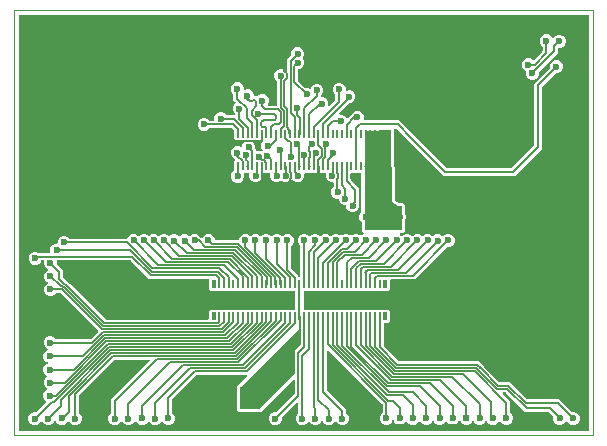
<source format=gbl>
G04 EAGLE Gerber X2 export*
%TF.Part,Single*%
%TF.FileFunction,Other,Bottom Layer Cooper*%
%TF.FilePolarity,Positive*%
%TF.GenerationSoftware,Autodesk,EAGLE,9.0.0*%
%TF.CreationDate,2018-10-03T06:32:16Z*%
G75*
%MOMM*%
%FSLAX34Y34*%
%LPD*%
%AMOC8*
5,1,8,0,0,1.08239X$1,22.5*%
G01*
%ADD10C,0.000000*%
%ADD11R,0.230000X0.660000*%
%ADD12R,0.350000X0.660000*%
%ADD13C,0.600000*%
%ADD14C,0.127000*%
%ADD15C,0.203200*%
%ADD16C,0.254000*%
%ADD17C,0.554000*%
%ADD18C,0.604000*%

G36*
X485620Y3822D02*
X485620Y3822D01*
X485686Y3824D01*
X485729Y3842D01*
X485776Y3850D01*
X485833Y3884D01*
X485893Y3909D01*
X485928Y3940D01*
X485969Y3965D01*
X486011Y4016D01*
X486059Y4060D01*
X486081Y4102D01*
X486110Y4139D01*
X486131Y4201D01*
X486162Y4260D01*
X486170Y4314D01*
X486182Y4351D01*
X486181Y4391D01*
X486189Y4445D01*
X486189Y355555D01*
X486178Y355620D01*
X486176Y355686D01*
X486158Y355729D01*
X486150Y355776D01*
X486116Y355833D01*
X486091Y355893D01*
X486060Y355928D01*
X486035Y355969D01*
X485984Y356011D01*
X485940Y356059D01*
X485898Y356081D01*
X485861Y356110D01*
X485799Y356131D01*
X485740Y356162D01*
X485686Y356170D01*
X485649Y356182D01*
X485609Y356181D01*
X485555Y356189D01*
X4445Y356189D01*
X4380Y356178D01*
X4314Y356176D01*
X4271Y356158D01*
X4224Y356150D01*
X4167Y356116D01*
X4107Y356091D01*
X4072Y356060D01*
X4031Y356035D01*
X3989Y355984D01*
X3941Y355940D01*
X3919Y355898D01*
X3890Y355861D01*
X3869Y355799D01*
X3838Y355740D01*
X3830Y355686D01*
X3818Y355649D01*
X3819Y355609D01*
X3811Y355555D01*
X3811Y4445D01*
X3822Y4380D01*
X3824Y4314D01*
X3842Y4271D01*
X3850Y4224D01*
X3884Y4167D01*
X3909Y4107D01*
X3940Y4072D01*
X3965Y4031D01*
X4016Y3989D01*
X4060Y3941D01*
X4102Y3919D01*
X4139Y3890D01*
X4201Y3869D01*
X4260Y3838D01*
X4314Y3830D01*
X4351Y3818D01*
X4391Y3819D01*
X4445Y3811D01*
X485555Y3811D01*
X485620Y3822D01*
G37*
%LPC*%
G36*
X16206Y8599D02*
X16206Y8599D01*
X14184Y9437D01*
X12637Y10984D01*
X11799Y13006D01*
X11799Y15194D01*
X12637Y17216D01*
X14184Y18763D01*
X16206Y19601D01*
X18103Y19601D01*
X18145Y19608D01*
X18188Y19606D01*
X18255Y19628D01*
X18324Y19640D01*
X18361Y19662D01*
X18401Y19675D01*
X18474Y19729D01*
X18517Y19755D01*
X18531Y19771D01*
X18552Y19787D01*
X26845Y28079D01*
X26882Y28133D01*
X26927Y28181D01*
X26946Y28225D01*
X26973Y28263D01*
X26989Y28327D01*
X27015Y28388D01*
X27017Y28435D01*
X27029Y28481D01*
X27022Y28546D01*
X27025Y28612D01*
X27010Y28657D01*
X27005Y28704D01*
X26976Y28763D01*
X26956Y28826D01*
X26923Y28870D01*
X26906Y28905D01*
X26877Y28932D01*
X26845Y28976D01*
X25237Y30584D01*
X24399Y32606D01*
X24399Y34794D01*
X25237Y36816D01*
X26784Y38363D01*
X27489Y38655D01*
X27564Y38704D01*
X27643Y38746D01*
X27658Y38764D01*
X27678Y38777D01*
X27732Y38848D01*
X27790Y38915D01*
X27799Y38937D01*
X27813Y38956D01*
X27839Y39041D01*
X27870Y39125D01*
X27870Y39148D01*
X27877Y39171D01*
X27871Y39260D01*
X27872Y39349D01*
X27864Y39371D01*
X27862Y39395D01*
X27826Y39476D01*
X27795Y39560D01*
X27780Y39578D01*
X27770Y39600D01*
X27708Y39663D01*
X27650Y39731D01*
X27627Y39744D01*
X27613Y39759D01*
X27567Y39781D01*
X27489Y39827D01*
X26984Y40037D01*
X25437Y41584D01*
X24599Y43606D01*
X24599Y45794D01*
X25437Y47816D01*
X26984Y49363D01*
X27298Y49493D01*
X27373Y49541D01*
X27451Y49584D01*
X27467Y49602D01*
X27487Y49614D01*
X27540Y49686D01*
X27599Y49753D01*
X27607Y49775D01*
X27622Y49794D01*
X27647Y49879D01*
X27679Y49962D01*
X27679Y49986D01*
X27686Y50009D01*
X27680Y50098D01*
X27680Y50187D01*
X27672Y50209D01*
X27671Y50233D01*
X27634Y50314D01*
X27604Y50398D01*
X27588Y50416D01*
X27579Y50437D01*
X27516Y50501D01*
X27459Y50569D01*
X27436Y50582D01*
X27421Y50597D01*
X27376Y50619D01*
X27298Y50665D01*
X26884Y50837D01*
X25337Y52384D01*
X24499Y54406D01*
X24499Y56594D01*
X25337Y58616D01*
X26884Y60163D01*
X28093Y60664D01*
X28168Y60712D01*
X28246Y60755D01*
X28262Y60772D01*
X28282Y60785D01*
X28335Y60856D01*
X28394Y60923D01*
X28402Y60946D01*
X28417Y60965D01*
X28442Y61050D01*
X28474Y61133D01*
X28474Y61157D01*
X28481Y61180D01*
X28475Y61269D01*
X28475Y61357D01*
X28467Y61380D01*
X28466Y61403D01*
X28429Y61485D01*
X28399Y61568D01*
X28383Y61587D01*
X28374Y61608D01*
X28311Y61672D01*
X28254Y61739D01*
X28231Y61753D01*
X28216Y61768D01*
X28171Y61789D01*
X28093Y61836D01*
X26884Y62337D01*
X25337Y63884D01*
X24499Y65906D01*
X24499Y68094D01*
X25337Y70116D01*
X26884Y71663D01*
X28072Y72155D01*
X28147Y72204D01*
X28225Y72246D01*
X28241Y72264D01*
X28261Y72277D01*
X28315Y72348D01*
X28373Y72415D01*
X28382Y72437D01*
X28396Y72456D01*
X28421Y72541D01*
X28453Y72625D01*
X28453Y72648D01*
X28460Y72671D01*
X28454Y72760D01*
X28455Y72849D01*
X28447Y72871D01*
X28445Y72895D01*
X28408Y72976D01*
X28378Y73060D01*
X28363Y73078D01*
X28353Y73100D01*
X28291Y73163D01*
X28233Y73231D01*
X28210Y73245D01*
X28196Y73259D01*
X28150Y73281D01*
X28072Y73327D01*
X27084Y73737D01*
X25537Y75284D01*
X24699Y77306D01*
X24699Y79494D01*
X25537Y81516D01*
X27084Y83063D01*
X29106Y83901D01*
X31294Y83901D01*
X33316Y83063D01*
X34671Y81708D01*
X34706Y81684D01*
X34734Y81653D01*
X34797Y81620D01*
X34856Y81580D01*
X34896Y81569D01*
X34933Y81550D01*
X35024Y81536D01*
X35073Y81524D01*
X35093Y81526D01*
X35118Y81522D01*
X64241Y81440D01*
X64284Y81448D01*
X64327Y81446D01*
X64393Y81467D01*
X64462Y81479D01*
X64499Y81501D01*
X64541Y81514D01*
X64612Y81567D01*
X64655Y81593D01*
X64669Y81610D01*
X64691Y81626D01*
X70675Y87609D01*
X70712Y87663D01*
X70758Y87711D01*
X70776Y87755D01*
X70803Y87794D01*
X70819Y87857D01*
X70845Y87918D01*
X70847Y87965D01*
X70859Y88011D01*
X70852Y88076D01*
X70855Y88142D01*
X70840Y88187D01*
X70836Y88234D01*
X70806Y88293D01*
X70786Y88356D01*
X70754Y88400D01*
X70736Y88435D01*
X70707Y88462D01*
X70675Y88506D01*
X70574Y88607D01*
X38987Y120195D01*
X38955Y120217D01*
X38928Y120246D01*
X38863Y120281D01*
X38802Y120323D01*
X38765Y120332D01*
X38730Y120351D01*
X38634Y120366D01*
X38585Y120379D01*
X38567Y120377D01*
X38545Y120380D01*
X35263Y120414D01*
X35217Y120406D01*
X35172Y120408D01*
X35108Y120388D01*
X35041Y120377D01*
X35002Y120354D01*
X34958Y120340D01*
X34890Y120290D01*
X34847Y120265D01*
X34832Y120246D01*
X34808Y120228D01*
X33516Y118937D01*
X31494Y118099D01*
X29306Y118099D01*
X27284Y118937D01*
X25737Y120484D01*
X24899Y122506D01*
X24899Y124694D01*
X25737Y126716D01*
X27284Y128263D01*
X28010Y128564D01*
X28085Y128612D01*
X28163Y128654D01*
X28179Y128672D01*
X28199Y128685D01*
X28252Y128756D01*
X28311Y128823D01*
X28320Y128846D01*
X28334Y128865D01*
X28359Y128950D01*
X28391Y129033D01*
X28391Y129057D01*
X28398Y129080D01*
X28392Y129168D01*
X28393Y129257D01*
X28384Y129280D01*
X28383Y129303D01*
X28346Y129385D01*
X28316Y129468D01*
X28301Y129486D01*
X28291Y129508D01*
X28228Y129572D01*
X28171Y129639D01*
X28148Y129653D01*
X28133Y129668D01*
X28088Y129689D01*
X28010Y129736D01*
X27284Y130037D01*
X25737Y131584D01*
X24899Y133606D01*
X24899Y135794D01*
X25737Y137816D01*
X27284Y139363D01*
X28322Y139793D01*
X28397Y139841D01*
X28475Y139884D01*
X28491Y139902D01*
X28511Y139914D01*
X28565Y139986D01*
X28623Y140053D01*
X28632Y140075D01*
X28646Y140094D01*
X28671Y140179D01*
X28703Y140262D01*
X28703Y140286D01*
X28710Y140309D01*
X28704Y140398D01*
X28705Y140487D01*
X28697Y140509D01*
X28695Y140533D01*
X28659Y140614D01*
X28628Y140698D01*
X28613Y140716D01*
X28603Y140737D01*
X28541Y140801D01*
X28483Y140869D01*
X28460Y140882D01*
X28446Y140897D01*
X28400Y140919D01*
X28322Y140965D01*
X27184Y141437D01*
X25637Y142984D01*
X24799Y145006D01*
X24799Y147194D01*
X24838Y147287D01*
X24854Y147363D01*
X24879Y147436D01*
X24878Y147472D01*
X24886Y147506D01*
X24875Y147583D01*
X24873Y147661D01*
X24859Y147693D01*
X24854Y147729D01*
X24817Y147797D01*
X24788Y147868D01*
X24764Y147895D01*
X24747Y147926D01*
X24689Y147977D01*
X24637Y148034D01*
X24605Y148050D01*
X24579Y148074D01*
X24506Y148101D01*
X24437Y148137D01*
X24397Y148143D01*
X24369Y148153D01*
X24322Y148154D01*
X24252Y148164D01*
X22976Y148164D01*
X22923Y148155D01*
X22868Y148155D01*
X22813Y148135D01*
X22755Y148125D01*
X22708Y148097D01*
X22658Y148079D01*
X22613Y148040D01*
X22562Y148010D01*
X22528Y147968D01*
X22486Y147933D01*
X22450Y147872D01*
X22421Y147836D01*
X22411Y147807D01*
X22390Y147773D01*
X22063Y146984D01*
X20516Y145437D01*
X18494Y144599D01*
X16306Y144599D01*
X14284Y145437D01*
X12737Y146984D01*
X11899Y149006D01*
X11899Y151194D01*
X12737Y153216D01*
X14284Y154763D01*
X16306Y155601D01*
X18494Y155601D01*
X20516Y154763D01*
X20658Y154622D01*
X20692Y154597D01*
X20721Y154566D01*
X20784Y154534D01*
X20842Y154493D01*
X20883Y154483D01*
X20921Y154463D01*
X21010Y154450D01*
X21059Y154437D01*
X21080Y154440D01*
X21106Y154436D01*
X29876Y154436D01*
X29952Y154449D01*
X30030Y154455D01*
X30062Y154469D01*
X30097Y154475D01*
X30164Y154515D01*
X30234Y154547D01*
X30260Y154571D01*
X30290Y154590D01*
X30339Y154650D01*
X30394Y154704D01*
X30409Y154736D01*
X30432Y154764D01*
X30456Y154837D01*
X30489Y154907D01*
X30492Y154943D01*
X30503Y154976D01*
X30501Y155054D01*
X30507Y155131D01*
X30498Y155170D01*
X30497Y155201D01*
X30479Y155244D01*
X30462Y155313D01*
X30299Y155706D01*
X30299Y157894D01*
X31137Y159916D01*
X32684Y161463D01*
X34706Y162301D01*
X35865Y162301D01*
X35930Y162312D01*
X35996Y162314D01*
X36039Y162332D01*
X36086Y162340D01*
X36143Y162374D01*
X36203Y162399D01*
X36238Y162430D01*
X36279Y162455D01*
X36321Y162506D01*
X36369Y162550D01*
X36391Y162592D01*
X36420Y162629D01*
X36441Y162691D01*
X36472Y162750D01*
X36480Y162804D01*
X36492Y162841D01*
X36491Y162881D01*
X36499Y162935D01*
X36499Y164394D01*
X37337Y166416D01*
X38884Y167963D01*
X40906Y168801D01*
X43094Y168801D01*
X45116Y167963D01*
X46458Y166622D01*
X46493Y166597D01*
X46521Y166566D01*
X46584Y166534D01*
X46642Y166493D01*
X46683Y166483D01*
X46721Y166463D01*
X46810Y166450D01*
X46859Y166437D01*
X46880Y166440D01*
X46906Y166436D01*
X95017Y166436D01*
X95070Y166445D01*
X95124Y166445D01*
X95180Y166465D01*
X95238Y166475D01*
X95284Y166503D01*
X95335Y166521D01*
X95380Y166560D01*
X95431Y166590D01*
X95465Y166632D01*
X95506Y166667D01*
X95543Y166728D01*
X95572Y166764D01*
X95582Y166793D01*
X95603Y166827D01*
X96137Y168116D01*
X97684Y169663D01*
X99706Y170501D01*
X101894Y170501D01*
X103916Y169663D01*
X104701Y168878D01*
X104731Y168857D01*
X104741Y168846D01*
X104759Y168837D01*
X104803Y168795D01*
X104847Y168777D01*
X104886Y168750D01*
X104949Y168733D01*
X105010Y168708D01*
X105057Y168705D01*
X105103Y168694D01*
X105168Y168700D01*
X105234Y168698D01*
X105279Y168712D01*
X105326Y168717D01*
X105385Y168746D01*
X105448Y168766D01*
X105492Y168799D01*
X105527Y168816D01*
X105554Y168845D01*
X105586Y168868D01*
X105588Y168870D01*
X105598Y168878D01*
X106484Y169763D01*
X108506Y170601D01*
X110694Y170601D01*
X112716Y169763D01*
X113301Y169178D01*
X113356Y169140D01*
X113403Y169095D01*
X113447Y169077D01*
X113486Y169050D01*
X113549Y169033D01*
X113610Y169008D01*
X113657Y169005D01*
X113703Y168994D01*
X113768Y169000D01*
X113834Y168998D01*
X113879Y169012D01*
X113926Y169017D01*
X113985Y169046D01*
X114048Y169066D01*
X114092Y169099D01*
X114127Y169116D01*
X114154Y169145D01*
X114198Y169178D01*
X114784Y169763D01*
X116806Y170601D01*
X118994Y170601D01*
X121016Y169763D01*
X121802Y168978D01*
X121856Y168940D01*
X121903Y168895D01*
X121947Y168877D01*
X121986Y168850D01*
X122049Y168833D01*
X122110Y168808D01*
X122157Y168805D01*
X122203Y168794D01*
X122268Y168800D01*
X122334Y168798D01*
X122379Y168812D01*
X122426Y168817D01*
X122485Y168846D01*
X122548Y168866D01*
X122592Y168899D01*
X122627Y168916D01*
X122654Y168945D01*
X122699Y168978D01*
X123384Y169663D01*
X125406Y170501D01*
X127594Y170501D01*
X129616Y169663D01*
X130452Y168828D01*
X130506Y168790D01*
X130553Y168745D01*
X130597Y168727D01*
X130636Y168700D01*
X130699Y168683D01*
X130760Y168658D01*
X130807Y168655D01*
X130853Y168644D01*
X130918Y168650D01*
X130984Y168648D01*
X131029Y168662D01*
X131076Y168667D01*
X131135Y168696D01*
X131198Y168716D01*
X131242Y168749D01*
X131277Y168766D01*
X131304Y168795D01*
X131349Y168828D01*
X132084Y169563D01*
X134106Y170401D01*
X136294Y170401D01*
X138316Y169563D01*
X139201Y168678D01*
X139256Y168640D01*
X139303Y168595D01*
X139347Y168577D01*
X139386Y168550D01*
X139449Y168533D01*
X139510Y168508D01*
X139557Y168505D01*
X139603Y168494D01*
X139668Y168500D01*
X139734Y168498D01*
X139779Y168512D01*
X139826Y168517D01*
X139885Y168546D01*
X139948Y168566D01*
X139992Y168599D01*
X140027Y168616D01*
X140054Y168645D01*
X140098Y168678D01*
X140984Y169563D01*
X143006Y170401D01*
X145194Y170401D01*
X147216Y169563D01*
X147851Y168928D01*
X147906Y168890D01*
X147953Y168845D01*
X147997Y168827D01*
X148036Y168800D01*
X148099Y168783D01*
X148160Y168758D01*
X148207Y168755D01*
X148253Y168744D01*
X148318Y168750D01*
X148384Y168748D01*
X148429Y168762D01*
X148476Y168767D01*
X148535Y168796D01*
X148598Y168816D01*
X148642Y168849D01*
X148677Y168866D01*
X148704Y168895D01*
X148748Y168928D01*
X149484Y169663D01*
X151506Y170501D01*
X153694Y170501D01*
X155716Y169663D01*
X157058Y168322D01*
X157093Y168297D01*
X157121Y168266D01*
X157184Y168234D01*
X157242Y168193D01*
X157283Y168183D01*
X157321Y168163D01*
X157380Y168155D01*
X158174Y167360D01*
X158238Y167316D01*
X158296Y167265D01*
X158330Y167252D01*
X158359Y167232D01*
X158434Y167213D01*
X158506Y167185D01*
X158542Y167185D01*
X158576Y167176D01*
X158653Y167184D01*
X158730Y167184D01*
X158764Y167196D01*
X158799Y167199D01*
X158868Y167234D01*
X158941Y167260D01*
X158968Y167283D01*
X159000Y167299D01*
X159053Y167355D01*
X159112Y167405D01*
X159133Y167440D01*
X159154Y167462D01*
X159172Y167505D01*
X159209Y167566D01*
X159437Y168116D01*
X160984Y169663D01*
X163006Y170501D01*
X165194Y170501D01*
X167216Y169663D01*
X168763Y168116D01*
X169601Y166094D01*
X169601Y165832D01*
X169612Y165767D01*
X169614Y165702D01*
X169632Y165658D01*
X169640Y165611D01*
X169674Y165555D01*
X169699Y165494D01*
X169730Y165459D01*
X169755Y165418D01*
X169806Y165377D01*
X169850Y165328D01*
X169892Y165306D01*
X169929Y165277D01*
X169991Y165256D01*
X170050Y165226D01*
X170104Y165217D01*
X170141Y165205D01*
X170181Y165206D01*
X170235Y165198D01*
X182476Y165198D01*
X182518Y165205D01*
X182560Y165203D01*
X182627Y165225D01*
X182649Y165229D01*
X189192Y165229D01*
X189193Y165229D01*
X189266Y165229D01*
X189330Y165241D01*
X189396Y165243D01*
X189440Y165261D01*
X189487Y165269D01*
X189543Y165303D01*
X189603Y165327D01*
X189639Y165359D01*
X189680Y165384D01*
X189721Y165434D01*
X189769Y165478D01*
X189791Y165521D01*
X189821Y165558D01*
X189842Y165620D01*
X189872Y165678D01*
X189880Y165733D01*
X189892Y165771D01*
X189891Y165810D01*
X189899Y165863D01*
X189899Y166294D01*
X190737Y168316D01*
X192284Y169863D01*
X194306Y170701D01*
X196494Y170701D01*
X198516Y169863D01*
X199251Y169128D01*
X199306Y169090D01*
X199353Y169045D01*
X199397Y169027D01*
X199436Y169000D01*
X199499Y168983D01*
X199560Y168958D01*
X199607Y168955D01*
X199653Y168944D01*
X199718Y168950D01*
X199784Y168948D01*
X199829Y168962D01*
X199876Y168967D01*
X199935Y168996D01*
X199998Y169016D01*
X200042Y169049D01*
X200077Y169066D01*
X200104Y169095D01*
X200148Y169128D01*
X200884Y169863D01*
X202906Y170701D01*
X205094Y170701D01*
X207116Y169863D01*
X208052Y168928D01*
X208106Y168890D01*
X208153Y168845D01*
X208197Y168827D01*
X208236Y168800D01*
X208299Y168783D01*
X208360Y168758D01*
X208407Y168755D01*
X208453Y168744D01*
X208518Y168750D01*
X208584Y168748D01*
X208629Y168762D01*
X208676Y168767D01*
X208735Y168796D01*
X208798Y168816D01*
X208842Y168849D01*
X208877Y168866D01*
X208904Y168895D01*
X208949Y168928D01*
X209884Y169863D01*
X211906Y170701D01*
X214094Y170701D01*
X216116Y169863D01*
X217201Y168778D01*
X217256Y168740D01*
X217303Y168695D01*
X217347Y168677D01*
X217386Y168650D01*
X217449Y168633D01*
X217510Y168608D01*
X217557Y168605D01*
X217603Y168594D01*
X217668Y168600D01*
X217734Y168598D01*
X217779Y168612D01*
X217826Y168617D01*
X217885Y168646D01*
X217948Y168666D01*
X217992Y168699D01*
X218027Y168716D01*
X218054Y168745D01*
X218098Y168778D01*
X219184Y169863D01*
X221206Y170701D01*
X223394Y170701D01*
X225416Y169863D01*
X226301Y168978D01*
X226356Y168940D01*
X226403Y168895D01*
X226447Y168877D01*
X226486Y168850D01*
X226549Y168833D01*
X226610Y168808D01*
X226657Y168805D01*
X226703Y168794D01*
X226768Y168800D01*
X226834Y168798D01*
X226879Y168812D01*
X226926Y168817D01*
X226985Y168846D01*
X227048Y168866D01*
X227092Y168899D01*
X227127Y168916D01*
X227154Y168945D01*
X227198Y168978D01*
X227984Y169763D01*
X230006Y170601D01*
X232194Y170601D01*
X234216Y169763D01*
X235763Y168216D01*
X236601Y166194D01*
X236601Y164006D01*
X235763Y161984D01*
X234322Y160543D01*
X234301Y160513D01*
X234274Y160489D01*
X234238Y160421D01*
X234194Y160358D01*
X234185Y160323D01*
X234167Y160292D01*
X234150Y160189D01*
X234138Y160141D01*
X234139Y160126D01*
X234136Y160107D01*
X233767Y141743D01*
X233775Y141695D01*
X233773Y141646D01*
X233792Y141585D01*
X233803Y141521D01*
X233827Y141479D01*
X233841Y141432D01*
X233889Y141368D01*
X233913Y141326D01*
X233933Y141309D01*
X233953Y141282D01*
X240436Y134799D01*
X240436Y134285D01*
X240447Y134220D01*
X240449Y134154D01*
X240467Y134111D01*
X240475Y134064D01*
X240509Y134007D01*
X240534Y133947D01*
X240565Y133912D01*
X240590Y133871D01*
X240641Y133829D01*
X240685Y133781D01*
X240727Y133759D01*
X240764Y133730D01*
X240826Y133709D01*
X240885Y133678D01*
X240939Y133670D01*
X240976Y133658D01*
X241016Y133659D01*
X241070Y133651D01*
X241430Y133651D01*
X241495Y133662D01*
X241561Y133664D01*
X241604Y133682D01*
X241651Y133690D01*
X241708Y133724D01*
X241768Y133749D01*
X241803Y133780D01*
X241844Y133805D01*
X241886Y133856D01*
X241934Y133900D01*
X241956Y133942D01*
X241985Y133979D01*
X242006Y134041D01*
X242037Y134100D01*
X242045Y134154D01*
X242057Y134191D01*
X242056Y134231D01*
X242064Y134285D01*
X242064Y160194D01*
X242057Y160236D01*
X242059Y160278D01*
X242037Y160345D01*
X242025Y160415D01*
X242003Y160451D01*
X241990Y160492D01*
X241936Y160564D01*
X241910Y160608D01*
X241894Y160621D01*
X241878Y160642D01*
X240537Y161984D01*
X239699Y164006D01*
X239699Y166194D01*
X240537Y168216D01*
X242084Y169763D01*
X244106Y170601D01*
X246294Y170601D01*
X248316Y169763D01*
X249452Y168628D01*
X249506Y168590D01*
X249553Y168545D01*
X249597Y168527D01*
X249636Y168500D01*
X249699Y168483D01*
X249760Y168458D01*
X249807Y168455D01*
X249853Y168444D01*
X249918Y168450D01*
X249984Y168448D01*
X250029Y168462D01*
X250076Y168467D01*
X250135Y168496D01*
X250198Y168516D01*
X250242Y168549D01*
X250277Y168566D01*
X250304Y168595D01*
X250349Y168628D01*
X251384Y169663D01*
X253406Y170501D01*
X255594Y170501D01*
X257616Y169663D01*
X258501Y168778D01*
X258556Y168740D01*
X258603Y168695D01*
X258647Y168677D01*
X258686Y168650D01*
X258749Y168633D01*
X258810Y168608D01*
X258857Y168605D01*
X258903Y168594D01*
X258968Y168600D01*
X259034Y168598D01*
X259079Y168612D01*
X259126Y168617D01*
X259185Y168646D01*
X259248Y168666D01*
X259292Y168699D01*
X259327Y168716D01*
X259354Y168745D01*
X259398Y168778D01*
X260384Y169763D01*
X262406Y170601D01*
X264594Y170601D01*
X266616Y169763D01*
X267301Y169078D01*
X267356Y169040D01*
X267403Y168995D01*
X267447Y168977D01*
X267486Y168950D01*
X267549Y168933D01*
X267610Y168908D01*
X267657Y168905D01*
X267703Y168894D01*
X267768Y168900D01*
X267834Y168898D01*
X267879Y168912D01*
X267926Y168917D01*
X267985Y168946D01*
X268048Y168966D01*
X268092Y168999D01*
X268127Y169016D01*
X268154Y169045D01*
X268198Y169078D01*
X269084Y169963D01*
X271106Y170801D01*
X273294Y170801D01*
X275316Y169963D01*
X276001Y169278D01*
X276056Y169240D01*
X276103Y169195D01*
X276147Y169177D01*
X276186Y169150D01*
X276249Y169133D01*
X276310Y169108D01*
X276357Y169105D01*
X276403Y169094D01*
X276468Y169100D01*
X276534Y169098D01*
X276579Y169112D01*
X276626Y169117D01*
X276685Y169146D01*
X276748Y169166D01*
X276792Y169199D01*
X276827Y169216D01*
X276854Y169245D01*
X276898Y169278D01*
X277684Y170063D01*
X279706Y170901D01*
X281894Y170901D01*
X283916Y170063D01*
X284502Y169478D01*
X284556Y169440D01*
X284603Y169395D01*
X284647Y169377D01*
X284686Y169350D01*
X284749Y169333D01*
X284810Y169308D01*
X284857Y169305D01*
X284903Y169294D01*
X284968Y169300D01*
X285034Y169298D01*
X285079Y169312D01*
X285126Y169317D01*
X285185Y169346D01*
X285248Y169366D01*
X285292Y169399D01*
X285327Y169416D01*
X285354Y169445D01*
X285399Y169478D01*
X285984Y170063D01*
X288006Y170901D01*
X290194Y170901D01*
X292216Y170063D01*
X293001Y169278D01*
X293056Y169240D01*
X293103Y169195D01*
X293147Y169177D01*
X293186Y169150D01*
X293249Y169133D01*
X293310Y169108D01*
X293357Y169105D01*
X293403Y169094D01*
X293468Y169100D01*
X293534Y169098D01*
X293579Y169112D01*
X293626Y169117D01*
X293685Y169146D01*
X293748Y169166D01*
X293792Y169199D01*
X293827Y169216D01*
X293854Y169245D01*
X293898Y169278D01*
X294484Y169863D01*
X295600Y170325D01*
X295665Y170367D01*
X295734Y170402D01*
X295759Y170427D01*
X295789Y170447D01*
X295835Y170508D01*
X295888Y170565D01*
X295902Y170598D01*
X295923Y170626D01*
X295946Y170700D01*
X295976Y170771D01*
X295977Y170807D01*
X295987Y170841D01*
X295982Y170918D01*
X295986Y170996D01*
X295975Y171029D01*
X295972Y171065D01*
X295941Y171135D01*
X295917Y171209D01*
X295893Y171242D01*
X295881Y171270D01*
X295848Y171303D01*
X295806Y171360D01*
X294164Y173001D01*
X294164Y179794D01*
X294157Y179836D01*
X294159Y179878D01*
X294137Y179945D01*
X294125Y180015D01*
X294103Y180051D01*
X294090Y180092D01*
X294036Y180164D01*
X294010Y180208D01*
X293994Y180221D01*
X293978Y180242D01*
X292637Y181584D01*
X291799Y183606D01*
X291799Y185794D01*
X292637Y187816D01*
X293597Y188777D01*
X293622Y188812D01*
X293653Y188840D01*
X293685Y188903D01*
X293726Y188961D01*
X293736Y189002D01*
X293756Y189040D01*
X293769Y189129D01*
X293782Y189178D01*
X293779Y189199D01*
X293783Y189225D01*
X293783Y221315D01*
X293772Y221380D01*
X293770Y221446D01*
X293752Y221489D01*
X293744Y221536D01*
X293710Y221593D01*
X293685Y221653D01*
X293654Y221688D01*
X293629Y221729D01*
X293578Y221771D01*
X293534Y221819D01*
X293492Y221841D01*
X293455Y221870D01*
X293393Y221891D01*
X293334Y221922D01*
X293280Y221930D01*
X293243Y221942D01*
X293203Y221941D01*
X293149Y221949D01*
X285070Y221949D01*
X285005Y221938D01*
X284939Y221936D01*
X284896Y221918D01*
X284849Y221910D01*
X284792Y221876D01*
X284732Y221851D01*
X284697Y221820D01*
X284656Y221795D01*
X284614Y221744D01*
X284566Y221700D01*
X284544Y221658D01*
X284515Y221621D01*
X284494Y221559D01*
X284463Y221500D01*
X284455Y221446D01*
X284443Y221409D01*
X284444Y221369D01*
X284436Y221315D01*
X284436Y216962D01*
X284443Y216920D01*
X284441Y216877D01*
X284463Y216810D01*
X284475Y216741D01*
X284497Y216704D01*
X284510Y216664D01*
X284564Y216591D01*
X284590Y216548D01*
X284606Y216534D01*
X284622Y216513D01*
X291836Y209299D01*
X291836Y196197D01*
X291814Y196166D01*
X291776Y196128D01*
X291751Y196075D01*
X291717Y196026D01*
X291703Y195974D01*
X291680Y195925D01*
X291676Y195866D01*
X291661Y195809D01*
X291667Y195755D01*
X291662Y195701D01*
X291679Y195632D01*
X291684Y195586D01*
X291698Y195558D01*
X291708Y195519D01*
X291801Y195294D01*
X291801Y193106D01*
X290963Y191084D01*
X289416Y189537D01*
X287394Y188699D01*
X285206Y188699D01*
X283184Y189537D01*
X281637Y191084D01*
X280799Y193106D01*
X280799Y194365D01*
X280788Y194430D01*
X280786Y194496D01*
X280768Y194539D01*
X280760Y194586D01*
X280726Y194643D01*
X280701Y194703D01*
X280670Y194738D01*
X280645Y194779D01*
X280594Y194821D01*
X280550Y194869D01*
X280508Y194891D01*
X280471Y194920D01*
X280409Y194941D01*
X280350Y194972D01*
X280296Y194980D01*
X280259Y194992D01*
X280219Y194991D01*
X280165Y194999D01*
X279106Y194999D01*
X277084Y195837D01*
X275537Y197384D01*
X274699Y199406D01*
X274699Y199765D01*
X274688Y199830D01*
X274686Y199896D01*
X274668Y199939D01*
X274660Y199986D01*
X274626Y200043D01*
X274601Y200103D01*
X274570Y200138D01*
X274545Y200179D01*
X274494Y200221D01*
X274450Y200269D01*
X274408Y200291D01*
X274371Y200320D01*
X274309Y200341D01*
X274250Y200372D01*
X274196Y200380D01*
X274159Y200392D01*
X274119Y200391D01*
X274065Y200399D01*
X272506Y200399D01*
X270484Y201237D01*
X268937Y202784D01*
X268099Y204806D01*
X268099Y206994D01*
X268937Y209016D01*
X269978Y210058D01*
X270003Y210093D01*
X270034Y210121D01*
X270066Y210184D01*
X270107Y210242D01*
X270117Y210283D01*
X270137Y210321D01*
X270150Y210410D01*
X270163Y210459D01*
X270160Y210480D01*
X270164Y210506D01*
X270164Y213665D01*
X270153Y213730D01*
X270151Y213796D01*
X270133Y213839D01*
X270125Y213886D01*
X270091Y213943D01*
X270066Y214003D01*
X270035Y214038D01*
X270010Y214079D01*
X269959Y214121D01*
X269915Y214169D01*
X269873Y214191D01*
X269836Y214220D01*
X269774Y214241D01*
X269715Y214272D01*
X269661Y214280D01*
X269624Y214292D01*
X269584Y214291D01*
X269530Y214299D01*
X268006Y214299D01*
X265984Y215137D01*
X264437Y216684D01*
X263599Y218706D01*
X263599Y220894D01*
X263673Y221072D01*
X263690Y221148D01*
X263714Y221221D01*
X263713Y221257D01*
X263721Y221291D01*
X263710Y221368D01*
X263708Y221446D01*
X263694Y221478D01*
X263689Y221514D01*
X263652Y221582D01*
X263623Y221653D01*
X263600Y221680D01*
X263583Y221711D01*
X263524Y221762D01*
X263472Y221819D01*
X263441Y221835D01*
X263414Y221859D01*
X263341Y221886D01*
X263272Y221922D01*
X263233Y221928D01*
X263204Y221938D01*
X263158Y221939D01*
X263087Y221949D01*
X259114Y221949D01*
X257748Y223315D01*
X257694Y223353D01*
X257647Y223398D01*
X257603Y223416D01*
X257564Y223443D01*
X257501Y223459D01*
X257440Y223485D01*
X257393Y223487D01*
X257347Y223499D01*
X257282Y223492D01*
X257216Y223495D01*
X257171Y223481D01*
X257124Y223476D01*
X257065Y223447D01*
X257002Y223426D01*
X256958Y223394D01*
X256923Y223376D01*
X256896Y223348D01*
X256851Y223315D01*
X255486Y221949D01*
X246054Y221949D01*
X245978Y221936D01*
X245901Y221930D01*
X245868Y221916D01*
X245833Y221910D01*
X245767Y221870D01*
X245696Y221838D01*
X245671Y221814D01*
X245640Y221795D01*
X245592Y221735D01*
X245536Y221681D01*
X245521Y221649D01*
X245499Y221621D01*
X245474Y221548D01*
X245441Y221478D01*
X245438Y221442D01*
X245427Y221409D01*
X245429Y221331D01*
X245423Y221254D01*
X245433Y221215D01*
X245434Y221184D01*
X245451Y221141D01*
X245468Y221072D01*
X245501Y220994D01*
X245501Y218806D01*
X244663Y216784D01*
X243116Y215237D01*
X241094Y214399D01*
X238906Y214399D01*
X236884Y215237D01*
X235249Y216872D01*
X235194Y216910D01*
X235147Y216955D01*
X235103Y216973D01*
X235064Y217000D01*
X235001Y217017D01*
X234940Y217042D01*
X234893Y217045D01*
X234847Y217056D01*
X234782Y217050D01*
X234716Y217052D01*
X234671Y217038D01*
X234624Y217033D01*
X234565Y217004D01*
X234502Y216984D01*
X234458Y216951D01*
X234423Y216934D01*
X234396Y216905D01*
X234352Y216872D01*
X232747Y215267D01*
X230725Y214430D01*
X228536Y214430D01*
X226515Y215267D01*
X226229Y215553D01*
X226175Y215590D01*
X226127Y215636D01*
X226084Y215654D01*
X226045Y215681D01*
X225981Y215697D01*
X225921Y215723D01*
X225873Y215725D01*
X225828Y215737D01*
X225762Y215730D01*
X225696Y215733D01*
X225651Y215719D01*
X225604Y215714D01*
X225546Y215685D01*
X225483Y215664D01*
X225439Y215632D01*
X225403Y215614D01*
X225376Y215586D01*
X225332Y215553D01*
X225116Y215337D01*
X223094Y214499D01*
X220906Y214499D01*
X218884Y215337D01*
X217337Y216884D01*
X216499Y218906D01*
X216499Y221114D01*
X216507Y221148D01*
X216532Y221221D01*
X216531Y221257D01*
X216538Y221291D01*
X216527Y221368D01*
X216525Y221446D01*
X216512Y221478D01*
X216507Y221513D01*
X216470Y221582D01*
X216441Y221653D01*
X216417Y221680D01*
X216400Y221711D01*
X216342Y221762D01*
X216289Y221819D01*
X216258Y221835D01*
X216231Y221859D01*
X216159Y221886D01*
X216090Y221922D01*
X216050Y221928D01*
X216021Y221938D01*
X215975Y221939D01*
X215904Y221949D01*
X211114Y221949D01*
X210381Y222683D01*
X210298Y222740D01*
X210218Y222801D01*
X210206Y222804D01*
X210196Y222811D01*
X210099Y222836D01*
X210002Y222865D01*
X209991Y222864D01*
X209979Y222867D01*
X209879Y222857D01*
X209779Y222850D01*
X209768Y222845D01*
X209756Y222844D01*
X209666Y222799D01*
X209574Y222758D01*
X209565Y222750D01*
X209555Y222744D01*
X209486Y222671D01*
X209414Y222600D01*
X209409Y222590D01*
X209401Y222581D01*
X209362Y222488D01*
X209319Y222397D01*
X209318Y222385D01*
X209313Y222374D01*
X209309Y222274D01*
X209301Y222174D01*
X209304Y222161D01*
X209303Y222150D01*
X209317Y222107D01*
X209346Y221992D01*
X209801Y220894D01*
X209801Y218706D01*
X208963Y216684D01*
X207416Y215137D01*
X205394Y214299D01*
X203206Y214299D01*
X201184Y215137D01*
X199637Y216684D01*
X198799Y218706D01*
X198799Y220894D01*
X198873Y221072D01*
X198890Y221148D01*
X198914Y221221D01*
X198913Y221257D01*
X198921Y221291D01*
X198910Y221368D01*
X198908Y221446D01*
X198894Y221478D01*
X198889Y221514D01*
X198852Y221582D01*
X198823Y221653D01*
X198800Y221680D01*
X198783Y221711D01*
X198724Y221762D01*
X198672Y221819D01*
X198641Y221835D01*
X198614Y221859D01*
X198541Y221886D01*
X198472Y221922D01*
X198433Y221928D01*
X198404Y221938D01*
X198358Y221939D01*
X198287Y221949D01*
X194989Y221949D01*
X194912Y221936D01*
X194835Y221930D01*
X194803Y221916D01*
X194768Y221910D01*
X194701Y221870D01*
X194631Y221838D01*
X194605Y221814D01*
X194575Y221795D01*
X194526Y221735D01*
X194471Y221681D01*
X194456Y221649D01*
X194433Y221621D01*
X194408Y221548D01*
X194376Y221478D01*
X194373Y221442D01*
X194361Y221409D01*
X194364Y221331D01*
X194357Y221254D01*
X194367Y221215D01*
X194368Y221184D01*
X194385Y221141D01*
X194403Y221072D01*
X194601Y220594D01*
X194601Y218406D01*
X193763Y216384D01*
X192216Y214837D01*
X190194Y213999D01*
X188006Y213999D01*
X185984Y214837D01*
X184437Y216384D01*
X183599Y218406D01*
X183599Y220594D01*
X184437Y222616D01*
X185463Y223643D01*
X185488Y223678D01*
X185519Y223706D01*
X185551Y223769D01*
X185592Y223827D01*
X185602Y223868D01*
X185622Y223906D01*
X185635Y223995D01*
X185648Y224044D01*
X185645Y224065D01*
X185649Y224091D01*
X185649Y232086D01*
X186763Y233199D01*
X186807Y233263D01*
X186858Y233321D01*
X186871Y233354D01*
X186891Y233383D01*
X186910Y233458D01*
X186938Y233531D01*
X186938Y233566D01*
X186947Y233601D01*
X186939Y233678D01*
X186939Y233755D01*
X186927Y233789D01*
X186924Y233824D01*
X186889Y233893D01*
X186863Y233966D01*
X186840Y233993D01*
X186824Y234025D01*
X186768Y234078D01*
X186718Y234137D01*
X186683Y234158D01*
X186661Y234179D01*
X186618Y234197D01*
X186557Y234234D01*
X185584Y234637D01*
X184037Y236184D01*
X183199Y238206D01*
X183199Y240394D01*
X184037Y242416D01*
X185584Y243963D01*
X187606Y244801D01*
X189794Y244801D01*
X191816Y243963D01*
X191890Y243912D01*
X191959Y243856D01*
X191981Y243848D01*
X192001Y243835D01*
X192087Y243812D01*
X192171Y243784D01*
X192195Y243785D01*
X192218Y243779D01*
X192307Y243788D01*
X192396Y243790D01*
X192417Y243799D01*
X192441Y243802D01*
X192521Y243841D01*
X192603Y243875D01*
X192621Y243891D01*
X192642Y243901D01*
X192703Y243966D01*
X192769Y244026D01*
X192780Y244047D01*
X192796Y244064D01*
X192831Y244146D01*
X192872Y244226D01*
X192875Y244252D01*
X192884Y244271D01*
X192886Y244321D01*
X192899Y244411D01*
X192899Y245194D01*
X193737Y247216D01*
X194487Y247967D01*
X194538Y248040D01*
X194594Y248109D01*
X194602Y248131D01*
X194615Y248151D01*
X194638Y248237D01*
X194666Y248321D01*
X194665Y248345D01*
X194671Y248368D01*
X194662Y248457D01*
X194660Y248546D01*
X194651Y248568D01*
X194648Y248591D01*
X194609Y248671D01*
X194575Y248753D01*
X194559Y248771D01*
X194549Y248792D01*
X194484Y248853D01*
X194424Y248919D01*
X194403Y248930D01*
X194385Y248946D01*
X194303Y248981D01*
X194224Y249022D01*
X194198Y249025D01*
X194179Y249034D01*
X194128Y249036D01*
X194039Y249049D01*
X187114Y249049D01*
X185649Y250514D01*
X185649Y257953D01*
X185642Y257995D01*
X185644Y258038D01*
X185622Y258105D01*
X185610Y258174D01*
X185588Y258211D01*
X185575Y258251D01*
X185521Y258324D01*
X185495Y258367D01*
X185479Y258381D01*
X185463Y258402D01*
X183987Y259878D01*
X183956Y259900D01*
X183940Y259918D01*
X183937Y259919D01*
X183923Y259934D01*
X183861Y259966D01*
X183803Y260007D01*
X183762Y260017D01*
X183724Y260037D01*
X183634Y260050D01*
X183585Y260063D01*
X183565Y260060D01*
X183538Y260064D01*
X165306Y260064D01*
X165264Y260057D01*
X165222Y260059D01*
X165155Y260037D01*
X165085Y260025D01*
X165049Y260003D01*
X165008Y259990D01*
X164936Y259936D01*
X164892Y259910D01*
X164882Y259897D01*
X164876Y259894D01*
X164871Y259888D01*
X164858Y259878D01*
X163616Y258637D01*
X161594Y257799D01*
X159406Y257799D01*
X157384Y258637D01*
X155837Y260184D01*
X154999Y262206D01*
X154999Y264394D01*
X155837Y266416D01*
X157384Y267963D01*
X159406Y268801D01*
X161594Y268801D01*
X163616Y267963D01*
X165058Y266522D01*
X165093Y266497D01*
X165121Y266466D01*
X165184Y266434D01*
X165242Y266393D01*
X165283Y266383D01*
X165321Y266363D01*
X165410Y266350D01*
X165459Y266337D01*
X165480Y266340D01*
X165506Y266336D01*
X168697Y266336D01*
X168761Y266347D01*
X168827Y266349D01*
X168871Y266367D01*
X168917Y266375D01*
X168974Y266409D01*
X169035Y266434D01*
X169070Y266465D01*
X169111Y266490D01*
X169152Y266541D01*
X169201Y266585D01*
X169222Y266627D01*
X169252Y266664D01*
X169273Y266726D01*
X169303Y266785D01*
X169311Y266839D01*
X169324Y266876D01*
X169323Y266916D01*
X169331Y266970D01*
X169331Y269226D01*
X170168Y271248D01*
X171716Y272795D01*
X173737Y273632D01*
X175926Y273632D01*
X177948Y272795D01*
X179289Y271453D01*
X179324Y271429D01*
X179353Y271398D01*
X179416Y271365D01*
X179474Y271325D01*
X179515Y271314D01*
X179552Y271295D01*
X179642Y271282D01*
X179691Y271269D01*
X179712Y271271D01*
X179738Y271267D01*
X186030Y271267D01*
X186095Y271279D01*
X186161Y271281D01*
X186204Y271299D01*
X186251Y271307D01*
X186308Y271341D01*
X186368Y271365D01*
X186403Y271397D01*
X186444Y271421D01*
X186486Y271472D01*
X186534Y271517D01*
X186556Y271559D01*
X186585Y271595D01*
X186606Y271658D01*
X186637Y271716D01*
X186645Y271771D01*
X186657Y271808D01*
X186656Y271847D01*
X186664Y271902D01*
X186664Y272031D01*
X186657Y272072D01*
X186659Y272115D01*
X186637Y272182D01*
X186625Y272251D01*
X186603Y272288D01*
X186590Y272328D01*
X186536Y272401D01*
X186510Y272445D01*
X186494Y272458D01*
X186478Y272479D01*
X185532Y273426D01*
X184694Y275448D01*
X184694Y277636D01*
X185532Y279658D01*
X187121Y281247D01*
X187159Y281301D01*
X187204Y281349D01*
X187222Y281393D01*
X187249Y281431D01*
X187266Y281495D01*
X187291Y281556D01*
X187293Y281603D01*
X187305Y281649D01*
X187298Y281714D01*
X187301Y281780D01*
X187287Y281825D01*
X187282Y281872D01*
X187253Y281931D01*
X187233Y281994D01*
X187200Y282038D01*
X187183Y282073D01*
X187154Y282100D01*
X187121Y282144D01*
X185364Y283901D01*
X185364Y288494D01*
X185357Y288536D01*
X185359Y288578D01*
X185337Y288645D01*
X185325Y288715D01*
X185303Y288751D01*
X185290Y288792D01*
X185236Y288864D01*
X185210Y288908D01*
X185194Y288921D01*
X185178Y288942D01*
X183937Y290184D01*
X183099Y292206D01*
X183099Y294394D01*
X183937Y296416D01*
X185484Y297963D01*
X187506Y298801D01*
X189694Y298801D01*
X191716Y297963D01*
X193263Y296416D01*
X194101Y294394D01*
X194101Y293073D01*
X194114Y292997D01*
X194120Y292920D01*
X194134Y292887D01*
X194140Y292852D01*
X194180Y292786D01*
X194212Y292715D01*
X194236Y292690D01*
X194255Y292659D01*
X194315Y292610D01*
X194369Y292555D01*
X194401Y292540D01*
X194429Y292518D01*
X194502Y292493D01*
X194572Y292460D01*
X194608Y292457D01*
X194641Y292446D01*
X194719Y292448D01*
X194796Y292442D01*
X194835Y292452D01*
X194866Y292453D01*
X194909Y292470D01*
X194978Y292487D01*
X195976Y292901D01*
X198164Y292901D01*
X200186Y292063D01*
X201733Y290516D01*
X202571Y288494D01*
X202571Y287670D01*
X202582Y287605D01*
X202584Y287539D01*
X202602Y287496D01*
X202610Y287449D01*
X202644Y287392D01*
X202669Y287332D01*
X202700Y287297D01*
X202725Y287256D01*
X202776Y287214D01*
X202820Y287166D01*
X202862Y287144D01*
X202899Y287115D01*
X202961Y287094D01*
X203020Y287063D01*
X203074Y287055D01*
X203111Y287043D01*
X203151Y287044D01*
X203205Y287036D01*
X204824Y287036D01*
X204857Y287022D01*
X204896Y286995D01*
X204960Y286978D01*
X205020Y286953D01*
X205067Y286951D01*
X205113Y286939D01*
X205179Y286946D01*
X205244Y286943D01*
X205289Y286957D01*
X205336Y286962D01*
X205395Y286991D01*
X205458Y287011D01*
X205502Y287044D01*
X205537Y287062D01*
X205565Y287090D01*
X205609Y287123D01*
X206649Y288163D01*
X208671Y289001D01*
X210859Y289001D01*
X212881Y288163D01*
X214428Y286616D01*
X215266Y284594D01*
X215266Y282406D01*
X214428Y280384D01*
X214363Y280319D01*
X214312Y280245D01*
X214256Y280176D01*
X214248Y280154D01*
X214235Y280134D01*
X214212Y280048D01*
X214184Y279964D01*
X214185Y279940D01*
X214179Y279917D01*
X214188Y279828D01*
X214190Y279739D01*
X214199Y279718D01*
X214202Y279694D01*
X214241Y279614D01*
X214275Y279532D01*
X214291Y279514D01*
X214301Y279493D01*
X214366Y279432D01*
X214426Y279366D01*
X214447Y279355D01*
X214465Y279339D01*
X214546Y279304D01*
X214626Y279263D01*
X214652Y279260D01*
X214671Y279251D01*
X214721Y279249D01*
X214811Y279236D01*
X221800Y279236D01*
X221865Y279247D01*
X221931Y279249D01*
X221974Y279267D01*
X222021Y279275D01*
X222078Y279309D01*
X222138Y279334D01*
X222173Y279365D01*
X222214Y279390D01*
X222256Y279441D01*
X222304Y279485D01*
X222326Y279527D01*
X222355Y279564D01*
X222376Y279626D01*
X222407Y279685D01*
X222415Y279739D01*
X222427Y279776D01*
X222426Y279816D01*
X222434Y279870D01*
X222434Y299594D01*
X222427Y299636D01*
X222429Y299678D01*
X222407Y299745D01*
X222395Y299815D01*
X222373Y299851D01*
X222360Y299892D01*
X222306Y299964D01*
X222280Y300008D01*
X222264Y300021D01*
X222248Y300042D01*
X220907Y301384D01*
X220069Y303406D01*
X220069Y305594D01*
X220907Y307616D01*
X222454Y309163D01*
X224476Y310001D01*
X226664Y310001D01*
X228686Y309163D01*
X229852Y307998D01*
X229925Y307947D01*
X229994Y307891D01*
X230016Y307883D01*
X230036Y307870D01*
X230122Y307847D01*
X230206Y307819D01*
X230230Y307820D01*
X230253Y307814D01*
X230342Y307823D01*
X230431Y307825D01*
X230453Y307834D01*
X230476Y307837D01*
X230556Y307876D01*
X230638Y307910D01*
X230656Y307926D01*
X230677Y307936D01*
X230738Y308001D01*
X230804Y308061D01*
X230815Y308082D01*
X230831Y308100D01*
X230866Y308181D01*
X230907Y308261D01*
X230910Y308287D01*
X230919Y308306D01*
X230921Y308357D01*
X230934Y308446D01*
X230934Y318569D01*
X234013Y321648D01*
X234038Y321683D01*
X234069Y321712D01*
X234101Y321774D01*
X234142Y321832D01*
X234152Y321873D01*
X234172Y321911D01*
X234185Y322001D01*
X234198Y322050D01*
X234195Y322070D01*
X234199Y322097D01*
X234199Y323994D01*
X235037Y326016D01*
X236584Y327563D01*
X238606Y328401D01*
X240794Y328401D01*
X242816Y327563D01*
X244363Y326016D01*
X245201Y323994D01*
X245201Y321806D01*
X244351Y319756D01*
X244310Y319712D01*
X244292Y319668D01*
X244265Y319629D01*
X244248Y319566D01*
X244223Y319505D01*
X244220Y319458D01*
X244209Y319412D01*
X244215Y319347D01*
X244213Y319281D01*
X244227Y319236D01*
X244232Y319189D01*
X244261Y319130D01*
X244281Y319067D01*
X244314Y319023D01*
X244331Y318988D01*
X244360Y318961D01*
X244393Y318916D01*
X244563Y318746D01*
X245401Y316724D01*
X245401Y314536D01*
X244563Y312514D01*
X243016Y310967D01*
X240994Y310129D01*
X240570Y310129D01*
X240505Y310118D01*
X240439Y310116D01*
X240396Y310098D01*
X240349Y310090D01*
X240292Y310056D01*
X240232Y310031D01*
X240197Y310000D01*
X240156Y309975D01*
X240114Y309924D01*
X240066Y309880D01*
X240044Y309838D01*
X240015Y309801D01*
X239994Y309739D01*
X239963Y309680D01*
X239955Y309626D01*
X239943Y309589D01*
X239944Y309549D01*
X239936Y309495D01*
X239936Y300862D01*
X239943Y300820D01*
X239941Y300777D01*
X239963Y300710D01*
X239975Y300641D01*
X239997Y300604D01*
X240010Y300564D01*
X240064Y300491D01*
X240090Y300448D01*
X240106Y300434D01*
X240122Y300413D01*
X246148Y294387D01*
X246183Y294362D01*
X246212Y294331D01*
X246274Y294299D01*
X246332Y294258D01*
X246373Y294248D01*
X246411Y294228D01*
X246501Y294215D01*
X246550Y294202D01*
X246570Y294205D01*
X246597Y294201D01*
X248494Y294201D01*
X250090Y293540D01*
X250155Y293526D01*
X250216Y293502D01*
X250263Y293502D01*
X250309Y293492D01*
X250375Y293501D01*
X250440Y293500D01*
X250485Y293517D01*
X250532Y293523D01*
X250589Y293555D01*
X250651Y293577D01*
X250687Y293608D01*
X250729Y293630D01*
X250772Y293680D01*
X250822Y293722D01*
X250851Y293769D01*
X250877Y293799D01*
X250891Y293836D01*
X250919Y293883D01*
X251430Y295116D01*
X252977Y296663D01*
X254999Y297501D01*
X257187Y297501D01*
X259209Y296663D01*
X260756Y295116D01*
X261594Y293094D01*
X261594Y290906D01*
X260756Y288884D01*
X259426Y287554D01*
X259375Y287481D01*
X259319Y287412D01*
X259311Y287389D01*
X259298Y287370D01*
X259276Y287283D01*
X259247Y287199D01*
X259248Y287175D01*
X259242Y287152D01*
X259251Y287064D01*
X259254Y286975D01*
X259263Y286953D01*
X259265Y286929D01*
X259305Y286849D01*
X259338Y286767D01*
X259354Y286749D01*
X259365Y286728D01*
X259429Y286667D01*
X259490Y286601D01*
X259511Y286590D01*
X259528Y286574D01*
X259610Y286539D01*
X259689Y286499D01*
X259715Y286495D01*
X259735Y286487D01*
X259785Y286484D01*
X259874Y286471D01*
X261424Y286471D01*
X263446Y285634D01*
X264993Y284086D01*
X265830Y282065D01*
X265830Y279876D01*
X265699Y279559D01*
X265678Y279461D01*
X265653Y279364D01*
X265654Y279352D01*
X265651Y279340D01*
X265665Y279240D01*
X265676Y279140D01*
X265681Y279130D01*
X265683Y279118D01*
X265731Y279030D01*
X265775Y278939D01*
X265784Y278931D01*
X265790Y278921D01*
X265865Y278855D01*
X265939Y278785D01*
X265950Y278781D01*
X265958Y278773D01*
X266052Y278737D01*
X266145Y278698D01*
X266157Y278697D01*
X266168Y278693D01*
X266269Y278692D01*
X266369Y278688D01*
X266381Y278692D01*
X266393Y278692D01*
X266487Y278726D01*
X266583Y278757D01*
X266593Y278764D01*
X266603Y278768D01*
X266638Y278798D01*
X266734Y278868D01*
X271478Y283613D01*
X271503Y283648D01*
X271534Y283677D01*
X271566Y283739D01*
X271607Y283797D01*
X271617Y283838D01*
X271637Y283876D01*
X271650Y283966D01*
X271663Y284015D01*
X271660Y284035D01*
X271664Y284062D01*
X271664Y287994D01*
X271657Y288036D01*
X271659Y288078D01*
X271637Y288145D01*
X271625Y288215D01*
X271603Y288251D01*
X271590Y288292D01*
X271536Y288364D01*
X271510Y288408D01*
X271494Y288421D01*
X271478Y288442D01*
X270137Y289784D01*
X269299Y291806D01*
X269299Y293994D01*
X270137Y296016D01*
X271684Y297563D01*
X273706Y298401D01*
X275894Y298401D01*
X277916Y297563D01*
X279463Y296016D01*
X280301Y293994D01*
X280301Y292402D01*
X280314Y292326D01*
X280320Y292249D01*
X280334Y292216D01*
X280340Y292181D01*
X280380Y292115D01*
X280412Y292044D01*
X280436Y292019D01*
X280455Y291988D01*
X280515Y291939D01*
X280569Y291884D01*
X280601Y291869D01*
X280629Y291847D01*
X280702Y291822D01*
X280772Y291789D01*
X280808Y291786D01*
X280841Y291775D01*
X280919Y291777D01*
X280996Y291771D01*
X281035Y291781D01*
X281066Y291782D01*
X281109Y291799D01*
X281178Y291816D01*
X282106Y292201D01*
X284294Y292201D01*
X286316Y291363D01*
X287863Y289816D01*
X288701Y287794D01*
X288701Y285606D01*
X287863Y283584D01*
X286316Y282037D01*
X284294Y281199D01*
X283997Y281199D01*
X283955Y281192D01*
X283912Y281194D01*
X283845Y281172D01*
X283776Y281160D01*
X283739Y281138D01*
X283699Y281125D01*
X283626Y281071D01*
X283583Y281045D01*
X283569Y281029D01*
X283548Y281013D01*
X275216Y272681D01*
X275165Y272608D01*
X275109Y272539D01*
X275102Y272517D01*
X275088Y272497D01*
X275066Y272411D01*
X275037Y272327D01*
X275038Y272303D01*
X275032Y272280D01*
X275041Y272191D01*
X275044Y272102D01*
X275053Y272080D01*
X275055Y272057D01*
X275095Y271977D01*
X275128Y271895D01*
X275144Y271877D01*
X275155Y271856D01*
X275220Y271795D01*
X275280Y271729D01*
X275301Y271718D01*
X275318Y271702D01*
X275400Y271667D01*
X275479Y271626D01*
X275505Y271623D01*
X275525Y271614D01*
X275575Y271612D01*
X275665Y271599D01*
X277196Y271599D01*
X279218Y270761D01*
X280765Y269214D01*
X281051Y268525D01*
X281092Y268460D01*
X281127Y268391D01*
X281152Y268366D01*
X281172Y268336D01*
X281234Y268290D01*
X281290Y268237D01*
X281323Y268223D01*
X281351Y268202D01*
X281425Y268180D01*
X281497Y268149D01*
X281532Y268148D01*
X281566Y268138D01*
X281643Y268143D01*
X281721Y268139D01*
X281754Y268150D01*
X281790Y268153D01*
X281861Y268184D01*
X281934Y268208D01*
X281967Y268232D01*
X281995Y268245D01*
X282028Y268277D01*
X282085Y268320D01*
X284078Y270313D01*
X285062Y271297D01*
X285080Y271322D01*
X285103Y271342D01*
X285164Y271444D01*
X285190Y271481D01*
X285193Y271492D01*
X285200Y271503D01*
X285537Y272316D01*
X287084Y273863D01*
X289106Y274701D01*
X291294Y274701D01*
X293316Y273863D01*
X294863Y272316D01*
X295701Y270294D01*
X295701Y268106D01*
X295571Y267794D01*
X295555Y267718D01*
X295530Y267645D01*
X295531Y267609D01*
X295524Y267575D01*
X295534Y267498D01*
X295537Y267420D01*
X295550Y267388D01*
X295555Y267352D01*
X295592Y267284D01*
X295621Y267213D01*
X295645Y267186D01*
X295662Y267155D01*
X295720Y267104D01*
X295772Y267047D01*
X295804Y267031D01*
X295831Y267007D01*
X295903Y266980D01*
X295972Y266944D01*
X296012Y266938D01*
X296040Y266928D01*
X296087Y266927D01*
X296157Y266917D01*
X325857Y266917D01*
X366171Y226603D01*
X366202Y226581D01*
X366219Y226563D01*
X366221Y226561D01*
X366234Y226547D01*
X366297Y226515D01*
X366355Y226474D01*
X366396Y226464D01*
X366434Y226444D01*
X366524Y226431D01*
X366572Y226418D01*
X366593Y226421D01*
X366619Y226417D01*
X420381Y226417D01*
X420422Y226424D01*
X420465Y226422D01*
X420532Y226444D01*
X420601Y226456D01*
X420638Y226478D01*
X420678Y226491D01*
X420751Y226545D01*
X420795Y226571D01*
X420805Y226583D01*
X420810Y226586D01*
X420815Y226592D01*
X420829Y226603D01*
X439297Y245071D01*
X439322Y245106D01*
X439353Y245134D01*
X439385Y245197D01*
X439426Y245255D01*
X439436Y245296D01*
X439456Y245334D01*
X439469Y245424D01*
X439482Y245472D01*
X439479Y245493D01*
X439483Y245519D01*
X439483Y297757D01*
X453113Y311387D01*
X453138Y311422D01*
X453169Y311450D01*
X453201Y311513D01*
X453242Y311571D01*
X453252Y311612D01*
X453272Y311650D01*
X453285Y311740D01*
X453298Y311788D01*
X453295Y311809D01*
X453299Y311835D01*
X453299Y313194D01*
X454137Y315216D01*
X455684Y316763D01*
X457706Y317601D01*
X459894Y317601D01*
X461916Y316763D01*
X463463Y315216D01*
X464301Y313194D01*
X464301Y311006D01*
X463463Y308984D01*
X461916Y307437D01*
X459894Y306599D01*
X458535Y306599D01*
X458494Y306592D01*
X458451Y306594D01*
X458384Y306572D01*
X458315Y306560D01*
X458278Y306538D01*
X458238Y306525D01*
X458165Y306471D01*
X458121Y306445D01*
X458108Y306429D01*
X458087Y306413D01*
X446703Y295029D01*
X446678Y294994D01*
X446647Y294966D01*
X446615Y294903D01*
X446574Y294845D01*
X446564Y294804D01*
X446544Y294766D01*
X446531Y294676D01*
X446518Y294628D01*
X446521Y294607D01*
X446517Y294581D01*
X446517Y242343D01*
X444271Y240098D01*
X444271Y240097D01*
X425803Y221629D01*
X425802Y221629D01*
X423557Y219383D01*
X363443Y219383D01*
X323129Y259697D01*
X323094Y259722D01*
X323066Y259753D01*
X323003Y259785D01*
X322945Y259826D01*
X322904Y259836D01*
X322866Y259856D01*
X322776Y259869D01*
X322728Y259882D01*
X322707Y259879D01*
X322681Y259883D01*
X322112Y259883D01*
X322020Y259867D01*
X321927Y259856D01*
X321910Y259847D01*
X321892Y259844D01*
X321811Y259796D01*
X321727Y259753D01*
X321715Y259739D01*
X321698Y259729D01*
X321639Y259657D01*
X321576Y259588D01*
X321569Y259570D01*
X321557Y259555D01*
X321527Y259467D01*
X321492Y259380D01*
X321491Y259361D01*
X321485Y259343D01*
X321488Y259249D01*
X321485Y259155D01*
X321491Y259137D01*
X321492Y259118D01*
X321527Y259032D01*
X321529Y259026D01*
X321536Y257631D01*
X321536Y257629D01*
X321536Y257625D01*
X321556Y256165D01*
X321544Y256116D01*
X321547Y256098D01*
X321543Y256074D01*
X321825Y199089D01*
X321846Y198976D01*
X321866Y198870D01*
X321866Y198869D01*
X321866Y198868D01*
X321924Y198772D01*
X321980Y198677D01*
X321981Y198676D01*
X321986Y198672D01*
X322123Y198555D01*
X325347Y196533D01*
X325425Y196502D01*
X325499Y196463D01*
X325532Y196459D01*
X325556Y196449D01*
X325605Y196448D01*
X325684Y196436D01*
X328599Y196436D01*
X330436Y194599D01*
X330436Y188506D01*
X330443Y188464D01*
X330441Y188422D01*
X330463Y188355D01*
X330475Y188285D01*
X330497Y188249D01*
X330510Y188208D01*
X330564Y188136D01*
X330590Y188092D01*
X330606Y188079D01*
X330622Y188058D01*
X330663Y188016D01*
X331501Y185994D01*
X331501Y183806D01*
X330663Y181784D01*
X330622Y181742D01*
X330597Y181707D01*
X330566Y181679D01*
X330534Y181616D01*
X330493Y181558D01*
X330483Y181517D01*
X330463Y181479D01*
X330450Y181390D01*
X330437Y181341D01*
X330440Y181320D01*
X330436Y181294D01*
X330436Y173001D01*
X328599Y171164D01*
X326522Y171164D01*
X326423Y171146D01*
X326324Y171132D01*
X326313Y171127D01*
X326301Y171125D01*
X326215Y171074D01*
X326126Y171026D01*
X326118Y171017D01*
X326108Y171010D01*
X326045Y170932D01*
X325979Y170857D01*
X325974Y170845D01*
X325967Y170836D01*
X325935Y170741D01*
X325899Y170647D01*
X325899Y170635D01*
X325895Y170624D01*
X325898Y170524D01*
X325897Y170423D01*
X325901Y170411D01*
X325902Y170399D01*
X325939Y170307D01*
X325974Y170212D01*
X325981Y170203D01*
X325986Y170192D01*
X326054Y170117D01*
X326119Y170041D01*
X326130Y170034D01*
X326137Y170026D01*
X326178Y170005D01*
X326280Y169944D01*
X326716Y169763D01*
X327451Y169028D01*
X327506Y168990D01*
X327553Y168945D01*
X327597Y168927D01*
X327636Y168900D01*
X327699Y168883D01*
X327760Y168858D01*
X327807Y168855D01*
X327853Y168844D01*
X327918Y168850D01*
X327984Y168848D01*
X328029Y168862D01*
X328076Y168867D01*
X328135Y168896D01*
X328198Y168916D01*
X328242Y168949D01*
X328277Y168966D01*
X328304Y168995D01*
X328348Y169028D01*
X329084Y169763D01*
X331106Y170601D01*
X333294Y170601D01*
X335316Y169763D01*
X336251Y168828D01*
X336306Y168790D01*
X336353Y168745D01*
X336397Y168727D01*
X336436Y168700D01*
X336499Y168683D01*
X336560Y168658D01*
X336607Y168655D01*
X336653Y168644D01*
X336718Y168650D01*
X336784Y168648D01*
X336829Y168662D01*
X336876Y168667D01*
X336935Y168696D01*
X336998Y168716D01*
X337042Y168749D01*
X337077Y168766D01*
X337104Y168795D01*
X337148Y168828D01*
X337984Y169663D01*
X340006Y170501D01*
X342194Y170501D01*
X344216Y169663D01*
X344901Y168978D01*
X344956Y168940D01*
X345003Y168895D01*
X345047Y168877D01*
X345086Y168850D01*
X345149Y168833D01*
X345210Y168808D01*
X345257Y168805D01*
X345303Y168794D01*
X345368Y168800D01*
X345434Y168798D01*
X345479Y168812D01*
X345526Y168817D01*
X345585Y168846D01*
X345648Y168866D01*
X345692Y168899D01*
X345727Y168916D01*
X345754Y168945D01*
X345798Y168978D01*
X346584Y169763D01*
X348606Y170601D01*
X350794Y170601D01*
X352816Y169763D01*
X353702Y168878D01*
X353731Y168857D01*
X353741Y168846D01*
X353759Y168837D01*
X353803Y168795D01*
X353847Y168777D01*
X353886Y168750D01*
X353949Y168733D01*
X354010Y168708D01*
X354057Y168705D01*
X354103Y168694D01*
X354168Y168700D01*
X354234Y168698D01*
X354279Y168712D01*
X354326Y168717D01*
X354385Y168746D01*
X354448Y168766D01*
X354492Y168799D01*
X354527Y168816D01*
X354554Y168845D01*
X354586Y168868D01*
X354588Y168870D01*
X354599Y168878D01*
X355284Y169563D01*
X357306Y170401D01*
X359494Y170401D01*
X361516Y169563D01*
X362302Y168778D01*
X362356Y168740D01*
X362403Y168695D01*
X362447Y168677D01*
X362486Y168650D01*
X362549Y168633D01*
X362610Y168608D01*
X362657Y168605D01*
X362703Y168594D01*
X362768Y168600D01*
X362834Y168598D01*
X362879Y168612D01*
X362926Y168617D01*
X362985Y168646D01*
X363048Y168666D01*
X363092Y168699D01*
X363127Y168716D01*
X363154Y168745D01*
X363199Y168778D01*
X364084Y169663D01*
X366106Y170501D01*
X368294Y170501D01*
X370316Y169663D01*
X371863Y168116D01*
X372701Y166094D01*
X372701Y163906D01*
X371863Y161884D01*
X370316Y160337D01*
X368294Y159499D01*
X366420Y159499D01*
X366377Y159492D01*
X366334Y159493D01*
X366268Y159472D01*
X366199Y159460D01*
X366162Y159437D01*
X366120Y159424D01*
X366049Y159371D01*
X366006Y159345D01*
X365992Y159329D01*
X365970Y159312D01*
X340960Y134133D01*
X340943Y134109D01*
X339865Y133030D01*
X339864Y133030D01*
X339863Y133029D01*
X338945Y132104D01*
X337648Y132104D01*
X337647Y132104D01*
X337646Y132104D01*
X336145Y132099D01*
X336131Y132103D01*
X336111Y132101D01*
X336086Y132104D01*
X318935Y132104D01*
X318870Y132093D01*
X318804Y132091D01*
X318761Y132073D01*
X318714Y132065D01*
X318657Y132031D01*
X318597Y132006D01*
X318562Y131975D01*
X318521Y131950D01*
X318479Y131899D01*
X318431Y131855D01*
X318409Y131813D01*
X318380Y131776D01*
X318359Y131714D01*
X318328Y131655D01*
X318320Y131601D01*
X318308Y131564D01*
X318309Y131524D01*
X318301Y131470D01*
X318301Y123514D01*
X316836Y122049D01*
X245451Y122049D01*
X245386Y122038D01*
X245320Y122036D01*
X245277Y122018D01*
X245230Y122010D01*
X245173Y121976D01*
X245113Y121951D01*
X245078Y121920D01*
X245037Y121895D01*
X244995Y121844D01*
X244947Y121800D01*
X244925Y121758D01*
X244896Y121721D01*
X244875Y121659D01*
X244844Y121600D01*
X244836Y121546D01*
X244824Y121509D01*
X244825Y121469D01*
X244817Y121415D01*
X244817Y107185D01*
X244828Y107120D01*
X244830Y107054D01*
X244848Y107011D01*
X244856Y106964D01*
X244890Y106907D01*
X244915Y106847D01*
X244946Y106812D01*
X244971Y106771D01*
X245022Y106729D01*
X245066Y106681D01*
X245108Y106659D01*
X245145Y106630D01*
X245207Y106609D01*
X245266Y106578D01*
X245320Y106570D01*
X245357Y106558D01*
X245397Y106559D01*
X245451Y106551D01*
X316836Y106551D01*
X318301Y105086D01*
X318301Y96414D01*
X316836Y94949D01*
X313170Y94949D01*
X313105Y94938D01*
X313039Y94936D01*
X312996Y94918D01*
X312949Y94910D01*
X312892Y94876D01*
X312832Y94851D01*
X312797Y94820D01*
X312756Y94795D01*
X312714Y94744D01*
X312666Y94700D01*
X312644Y94658D01*
X312615Y94621D01*
X312594Y94559D01*
X312563Y94500D01*
X312555Y94446D01*
X312543Y94409D01*
X312544Y94369D01*
X312536Y94315D01*
X312536Y76022D01*
X312543Y75980D01*
X312541Y75938D01*
X312563Y75871D01*
X312575Y75801D01*
X312597Y75765D01*
X312610Y75724D01*
X312664Y75652D01*
X312690Y75608D01*
X312706Y75595D01*
X312722Y75574D01*
X325274Y63022D01*
X325309Y62997D01*
X325337Y62966D01*
X325400Y62934D01*
X325458Y62893D01*
X325499Y62883D01*
X325537Y62863D01*
X325626Y62850D01*
X325675Y62837D01*
X325696Y62840D01*
X325722Y62836D01*
X392999Y62836D01*
X397862Y57972D01*
X397882Y57940D01*
X397898Y57926D01*
X397914Y57905D01*
X410357Y45462D01*
X410392Y45437D01*
X410421Y45406D01*
X410484Y45374D01*
X410542Y45333D01*
X410583Y45323D01*
X410620Y45303D01*
X410710Y45290D01*
X410759Y45277D01*
X410780Y45280D01*
X410806Y45276D01*
X419351Y45276D01*
X434005Y30622D01*
X434037Y30599D01*
X434055Y30579D01*
X434057Y30578D01*
X434069Y30566D01*
X434132Y30534D01*
X434189Y30493D01*
X434230Y30483D01*
X434268Y30463D01*
X434358Y30450D01*
X434407Y30437D01*
X434427Y30440D01*
X434454Y30436D01*
X461399Y30436D01*
X471648Y20187D01*
X471683Y20162D01*
X471712Y20131D01*
X471774Y20099D01*
X471832Y20058D01*
X471873Y20048D01*
X471911Y20028D01*
X472001Y20015D01*
X472050Y20002D01*
X472070Y20005D01*
X472097Y20001D01*
X473994Y20001D01*
X476016Y19163D01*
X477563Y17616D01*
X478401Y15594D01*
X478401Y13406D01*
X477563Y11384D01*
X476016Y9837D01*
X473994Y8999D01*
X471806Y8999D01*
X469784Y9837D01*
X468237Y11384D01*
X467865Y12281D01*
X467817Y12356D01*
X467775Y12434D01*
X467757Y12450D01*
X467744Y12470D01*
X467673Y12523D01*
X467606Y12582D01*
X467584Y12590D01*
X467565Y12605D01*
X467479Y12630D01*
X467396Y12662D01*
X467373Y12662D01*
X467350Y12668D01*
X467261Y12663D01*
X467172Y12663D01*
X467150Y12655D01*
X467126Y12654D01*
X467045Y12617D01*
X466961Y12587D01*
X466943Y12571D01*
X466921Y12562D01*
X466858Y12499D01*
X466790Y12442D01*
X466776Y12419D01*
X466761Y12404D01*
X466740Y12359D01*
X466693Y12281D01*
X466363Y11484D01*
X464816Y9937D01*
X462794Y9099D01*
X460606Y9099D01*
X458584Y9937D01*
X457037Y11484D01*
X456199Y13506D01*
X456199Y15603D01*
X456192Y15645D01*
X456194Y15688D01*
X456172Y15755D01*
X456160Y15824D01*
X456138Y15861D01*
X456125Y15901D01*
X456071Y15974D01*
X456045Y16017D01*
X456029Y16031D01*
X456013Y16052D01*
X452587Y19479D01*
X452552Y19503D01*
X452523Y19534D01*
X452461Y19566D01*
X452403Y19607D01*
X452362Y19617D01*
X452324Y19637D01*
X452234Y19650D01*
X452185Y19663D01*
X452165Y19660D01*
X452138Y19664D01*
X432501Y19664D01*
X430478Y21687D01*
X415887Y36278D01*
X415852Y36303D01*
X415823Y36334D01*
X415761Y36366D01*
X415703Y36407D01*
X415662Y36417D01*
X415624Y36437D01*
X415534Y36450D01*
X415485Y36463D01*
X415465Y36460D01*
X415438Y36464D01*
X413702Y36464D01*
X413614Y36448D01*
X413525Y36439D01*
X413504Y36429D01*
X413481Y36425D01*
X413404Y36379D01*
X413324Y36340D01*
X413308Y36323D01*
X413287Y36310D01*
X413231Y36241D01*
X413170Y36177D01*
X413161Y36155D01*
X413146Y36136D01*
X413118Y36052D01*
X413083Y35970D01*
X413082Y35946D01*
X413074Y35924D01*
X413077Y35835D01*
X413073Y35746D01*
X413080Y35723D01*
X413081Y35699D01*
X413114Y35617D01*
X413142Y35532D01*
X413157Y35511D01*
X413165Y35492D01*
X413199Y35454D01*
X413253Y35382D01*
X419536Y29099D01*
X419536Y19506D01*
X419543Y19464D01*
X419541Y19422D01*
X419563Y19355D01*
X419575Y19285D01*
X419597Y19249D01*
X419610Y19208D01*
X419664Y19136D01*
X419690Y19092D01*
X419706Y19079D01*
X419722Y19058D01*
X421063Y17716D01*
X421901Y15694D01*
X421901Y13506D01*
X421063Y11484D01*
X419516Y9937D01*
X417494Y9099D01*
X415306Y9099D01*
X413284Y9937D01*
X411737Y11484D01*
X411327Y12472D01*
X411279Y12547D01*
X411237Y12625D01*
X411219Y12641D01*
X411206Y12661D01*
X411135Y12715D01*
X411068Y12773D01*
X411046Y12782D01*
X411027Y12796D01*
X410941Y12821D01*
X410858Y12853D01*
X410835Y12853D01*
X410812Y12860D01*
X410723Y12854D01*
X410634Y12855D01*
X410612Y12847D01*
X410588Y12845D01*
X410507Y12808D01*
X410423Y12778D01*
X410405Y12763D01*
X410383Y12753D01*
X410320Y12691D01*
X410252Y12633D01*
X410238Y12610D01*
X410223Y12596D01*
X410202Y12550D01*
X410155Y12472D01*
X409663Y11284D01*
X408116Y9737D01*
X406094Y8899D01*
X403906Y8899D01*
X401884Y9737D01*
X400337Y11284D01*
X399945Y12231D01*
X399897Y12306D01*
X399854Y12384D01*
X399836Y12400D01*
X399823Y12420D01*
X399752Y12473D01*
X399685Y12532D01*
X399663Y12540D01*
X399644Y12555D01*
X399559Y12580D01*
X399475Y12612D01*
X399452Y12612D01*
X399429Y12618D01*
X399340Y12613D01*
X399251Y12613D01*
X399229Y12605D01*
X399205Y12604D01*
X399124Y12567D01*
X399040Y12537D01*
X399022Y12521D01*
X399000Y12512D01*
X398937Y12449D01*
X398869Y12392D01*
X398856Y12369D01*
X398841Y12354D01*
X398819Y12308D01*
X398773Y12231D01*
X398463Y11484D01*
X396916Y9937D01*
X394894Y9099D01*
X392706Y9099D01*
X390684Y9937D01*
X389137Y11484D01*
X388776Y12355D01*
X388728Y12430D01*
X388686Y12508D01*
X388668Y12524D01*
X388655Y12544D01*
X388584Y12597D01*
X388517Y12656D01*
X388495Y12664D01*
X388476Y12678D01*
X388390Y12704D01*
X388307Y12735D01*
X388283Y12736D01*
X388261Y12742D01*
X388172Y12736D01*
X388083Y12737D01*
X388060Y12729D01*
X388037Y12727D01*
X387956Y12691D01*
X387872Y12661D01*
X387854Y12645D01*
X387832Y12635D01*
X387769Y12573D01*
X387701Y12515D01*
X387687Y12493D01*
X387672Y12478D01*
X387651Y12432D01*
X387604Y12355D01*
X387280Y11573D01*
X385727Y10020D01*
X383698Y9179D01*
X381502Y9179D01*
X379473Y10020D01*
X377920Y11573D01*
X377475Y12646D01*
X377427Y12721D01*
X377385Y12799D01*
X377367Y12815D01*
X377354Y12835D01*
X377283Y12888D01*
X377216Y12947D01*
X377194Y12956D01*
X377175Y12970D01*
X377089Y12995D01*
X377006Y13027D01*
X376982Y13027D01*
X376960Y13034D01*
X376871Y13028D01*
X376782Y13029D01*
X376759Y13020D01*
X376736Y13019D01*
X376655Y12982D01*
X376571Y12952D01*
X376553Y12937D01*
X376531Y12927D01*
X376468Y12864D01*
X376400Y12807D01*
X376386Y12784D01*
X376371Y12769D01*
X376350Y12724D01*
X376303Y12646D01*
X375863Y11584D01*
X374316Y10037D01*
X372294Y9199D01*
X370106Y9199D01*
X368084Y10037D01*
X366537Y11584D01*
X366207Y12381D01*
X366159Y12456D01*
X366116Y12534D01*
X366098Y12550D01*
X366086Y12570D01*
X366014Y12623D01*
X365947Y12682D01*
X365925Y12690D01*
X365906Y12705D01*
X365821Y12730D01*
X365738Y12762D01*
X365714Y12762D01*
X365691Y12768D01*
X365602Y12763D01*
X365513Y12763D01*
X365491Y12755D01*
X365467Y12754D01*
X365386Y12717D01*
X365302Y12687D01*
X365284Y12671D01*
X365263Y12662D01*
X365199Y12599D01*
X365131Y12542D01*
X365118Y12519D01*
X365103Y12504D01*
X365081Y12458D01*
X365035Y12381D01*
X364663Y11484D01*
X363116Y9937D01*
X361094Y9099D01*
X358906Y9099D01*
X356884Y9937D01*
X355337Y11484D01*
X354977Y12352D01*
X354929Y12426D01*
X354887Y12505D01*
X354869Y12520D01*
X354856Y12540D01*
X354785Y12594D01*
X354718Y12653D01*
X354696Y12661D01*
X354677Y12675D01*
X354591Y12701D01*
X354508Y12732D01*
X354485Y12732D01*
X354462Y12739D01*
X354373Y12733D01*
X354284Y12734D01*
X354262Y12726D01*
X354238Y12724D01*
X354157Y12688D01*
X354073Y12657D01*
X354055Y12642D01*
X354033Y12632D01*
X353970Y12570D01*
X353902Y12512D01*
X353888Y12490D01*
X353873Y12475D01*
X353852Y12429D01*
X353805Y12352D01*
X353363Y11284D01*
X351816Y9737D01*
X349794Y8899D01*
X347606Y8899D01*
X345584Y9737D01*
X344037Y11284D01*
X343545Y12472D01*
X343497Y12547D01*
X343454Y12626D01*
X343436Y12641D01*
X343423Y12661D01*
X343352Y12715D01*
X343285Y12773D01*
X343263Y12782D01*
X343244Y12796D01*
X343159Y12821D01*
X343075Y12853D01*
X343052Y12853D01*
X343029Y12860D01*
X342940Y12854D01*
X342851Y12855D01*
X342829Y12847D01*
X342805Y12845D01*
X342724Y12809D01*
X342640Y12778D01*
X342622Y12763D01*
X342600Y12753D01*
X342537Y12691D01*
X342469Y12633D01*
X342456Y12610D01*
X342441Y12596D01*
X342419Y12550D01*
X342373Y12472D01*
X341963Y11484D01*
X340416Y9937D01*
X338394Y9099D01*
X336206Y9099D01*
X334184Y9937D01*
X332637Y11484D01*
X332315Y12260D01*
X332267Y12335D01*
X332225Y12413D01*
X332207Y12429D01*
X332194Y12449D01*
X332123Y12502D01*
X332056Y12561D01*
X332034Y12570D01*
X332015Y12584D01*
X331929Y12609D01*
X331846Y12641D01*
X331823Y12641D01*
X331800Y12648D01*
X331711Y12642D01*
X331622Y12643D01*
X331600Y12634D01*
X331576Y12633D01*
X331495Y12596D01*
X331411Y12566D01*
X331393Y12551D01*
X331371Y12541D01*
X331308Y12479D01*
X331240Y12421D01*
X331226Y12398D01*
X331211Y12383D01*
X331190Y12338D01*
X331143Y12260D01*
X330863Y11584D01*
X329316Y10037D01*
X327294Y9199D01*
X325106Y9199D01*
X323084Y10037D01*
X321537Y11584D01*
X321127Y12572D01*
X321079Y12647D01*
X321037Y12725D01*
X321019Y12741D01*
X321006Y12761D01*
X320935Y12815D01*
X320868Y12873D01*
X320846Y12882D01*
X320827Y12896D01*
X320741Y12921D01*
X320658Y12953D01*
X320635Y12953D01*
X320612Y12960D01*
X320523Y12954D01*
X320434Y12955D01*
X320412Y12947D01*
X320388Y12945D01*
X320307Y12908D01*
X320223Y12878D01*
X320205Y12863D01*
X320183Y12853D01*
X320120Y12791D01*
X320052Y12733D01*
X320038Y12710D01*
X320023Y12696D01*
X320002Y12650D01*
X319955Y12572D01*
X319463Y11384D01*
X317916Y9837D01*
X315894Y8999D01*
X313706Y8999D01*
X311684Y9837D01*
X310137Y11384D01*
X309299Y13406D01*
X309299Y15594D01*
X310137Y17616D01*
X311478Y18958D01*
X311503Y18993D01*
X311534Y19021D01*
X311566Y19084D01*
X311607Y19142D01*
X311617Y19183D01*
X311637Y19221D01*
X311650Y19310D01*
X311663Y19359D01*
X311660Y19380D01*
X311664Y19406D01*
X311664Y26038D01*
X311657Y26080D01*
X311659Y26123D01*
X311637Y26190D01*
X311625Y26259D01*
X311603Y26296D01*
X311590Y26336D01*
X311536Y26409D01*
X311510Y26452D01*
X311494Y26466D01*
X311478Y26487D01*
X265618Y72347D01*
X265545Y72398D01*
X265476Y72454D01*
X265454Y72461D01*
X265434Y72475D01*
X265348Y72497D01*
X265264Y72526D01*
X265240Y72525D01*
X265217Y72531D01*
X265128Y72522D01*
X265039Y72519D01*
X265017Y72510D01*
X264994Y72508D01*
X264914Y72468D01*
X264832Y72435D01*
X264814Y72419D01*
X264793Y72408D01*
X264732Y72344D01*
X264666Y72283D01*
X264655Y72262D01*
X264639Y72245D01*
X264604Y72163D01*
X264563Y72084D01*
X264560Y72058D01*
X264551Y72038D01*
X264549Y71988D01*
X264536Y71898D01*
X264536Y38462D01*
X264543Y38420D01*
X264541Y38377D01*
X264563Y38310D01*
X264575Y38241D01*
X264597Y38204D01*
X264610Y38164D01*
X264664Y38091D01*
X264690Y38048D01*
X264706Y38034D01*
X264722Y38013D01*
X280736Y21999D01*
X280736Y19006D01*
X280743Y18964D01*
X280741Y18922D01*
X280763Y18855D01*
X280775Y18785D01*
X280797Y18749D01*
X280810Y18708D01*
X280864Y18636D01*
X280890Y18592D01*
X280906Y18579D01*
X280922Y18558D01*
X282163Y17316D01*
X283001Y15294D01*
X283001Y13106D01*
X282163Y11084D01*
X280616Y9537D01*
X278594Y8699D01*
X276406Y8699D01*
X274384Y9537D01*
X272837Y11084D01*
X272457Y12002D01*
X272409Y12076D01*
X272366Y12155D01*
X272348Y12170D01*
X272336Y12190D01*
X272264Y12244D01*
X272197Y12303D01*
X272175Y12311D01*
X272156Y12325D01*
X272071Y12351D01*
X271988Y12382D01*
X271964Y12382D01*
X271941Y12389D01*
X271852Y12383D01*
X271763Y12384D01*
X271741Y12376D01*
X271717Y12374D01*
X271636Y12338D01*
X271552Y12307D01*
X271534Y12292D01*
X271513Y12282D01*
X271449Y12220D01*
X271381Y12162D01*
X271368Y12140D01*
X271353Y12125D01*
X271331Y12079D01*
X271285Y12002D01*
X270863Y10984D01*
X269316Y9437D01*
X267294Y8599D01*
X265106Y8599D01*
X263084Y9437D01*
X261537Y10984D01*
X261015Y12243D01*
X260967Y12318D01*
X260925Y12396D01*
X260907Y12412D01*
X260894Y12432D01*
X260823Y12485D01*
X260756Y12544D01*
X260734Y12552D01*
X260715Y12567D01*
X260629Y12592D01*
X260546Y12624D01*
X260523Y12624D01*
X260500Y12631D01*
X260411Y12625D01*
X260322Y12625D01*
X260300Y12617D01*
X260276Y12616D01*
X260195Y12579D01*
X260111Y12549D01*
X260093Y12533D01*
X260071Y12524D01*
X260008Y12461D01*
X259940Y12404D01*
X259926Y12381D01*
X259911Y12366D01*
X259890Y12321D01*
X259843Y12243D01*
X259363Y11084D01*
X257816Y9537D01*
X255794Y8699D01*
X253606Y8699D01*
X251584Y9537D01*
X250037Y11084D01*
X249686Y11931D01*
X249638Y12006D01*
X249595Y12084D01*
X249578Y12100D01*
X249565Y12120D01*
X249494Y12173D01*
X249427Y12232D01*
X249404Y12240D01*
X249385Y12255D01*
X249300Y12280D01*
X249217Y12312D01*
X249193Y12312D01*
X249170Y12318D01*
X249081Y12313D01*
X248993Y12313D01*
X248970Y12305D01*
X248947Y12304D01*
X248865Y12267D01*
X248782Y12237D01*
X248763Y12221D01*
X248742Y12212D01*
X248678Y12149D01*
X248611Y12092D01*
X248597Y12069D01*
X248582Y12054D01*
X248561Y12008D01*
X248514Y11931D01*
X248163Y11084D01*
X246616Y9537D01*
X244594Y8699D01*
X242406Y8699D01*
X240384Y9537D01*
X238837Y11084D01*
X237999Y13106D01*
X237999Y15294D01*
X238837Y17316D01*
X240178Y18658D01*
X240203Y18693D01*
X240234Y18721D01*
X240266Y18784D01*
X240307Y18842D01*
X240317Y18883D01*
X240337Y18921D01*
X240350Y19010D01*
X240363Y19059D01*
X240360Y19080D01*
X240364Y19106D01*
X240364Y27749D01*
X240349Y27834D01*
X240341Y27920D01*
X240329Y27944D01*
X240325Y27970D01*
X240280Y28044D01*
X240243Y28122D01*
X240224Y28140D01*
X240210Y28163D01*
X240143Y28217D01*
X240081Y28277D01*
X240057Y28288D01*
X240036Y28304D01*
X239954Y28332D01*
X239875Y28366D01*
X239849Y28368D01*
X239824Y28376D01*
X239737Y28374D01*
X239651Y28378D01*
X239626Y28370D01*
X239599Y28370D01*
X239519Y28337D01*
X239436Y28311D01*
X239413Y28294D01*
X239392Y28285D01*
X239355Y28252D01*
X239285Y28201D01*
X226290Y15403D01*
X226264Y15366D01*
X226231Y15336D01*
X226200Y15275D01*
X226160Y15219D01*
X226149Y15176D01*
X226128Y15136D01*
X226116Y15051D01*
X226103Y15003D01*
X226105Y14980D01*
X226101Y14951D01*
X226101Y13106D01*
X225263Y11084D01*
X223716Y9537D01*
X221694Y8699D01*
X219506Y8699D01*
X217484Y9537D01*
X215937Y11084D01*
X215099Y13106D01*
X215099Y15294D01*
X215937Y17316D01*
X217484Y18863D01*
X219506Y19701D01*
X221457Y19701D01*
X221496Y19708D01*
X221536Y19706D01*
X221606Y19728D01*
X221677Y19740D01*
X221712Y19761D01*
X221750Y19773D01*
X221827Y19829D01*
X221871Y19855D01*
X221883Y19869D01*
X221902Y19883D01*
X237075Y34827D01*
X237101Y34863D01*
X237134Y34893D01*
X237165Y34954D01*
X237205Y35010D01*
X237216Y35053D01*
X237237Y35093D01*
X237249Y35178D01*
X237262Y35227D01*
X237260Y35249D01*
X237264Y35278D01*
X237264Y46760D01*
X237248Y46847D01*
X237239Y46936D01*
X237229Y46957D01*
X237225Y46981D01*
X237179Y47057D01*
X237140Y47137D01*
X237123Y47153D01*
X237110Y47174D01*
X237041Y47230D01*
X236977Y47291D01*
X236955Y47300D01*
X236936Y47315D01*
X236852Y47344D01*
X236770Y47378D01*
X236746Y47379D01*
X236724Y47387D01*
X236635Y47384D01*
X236546Y47388D01*
X236523Y47381D01*
X236499Y47380D01*
X236417Y47347D01*
X236332Y47320D01*
X236311Y47304D01*
X236292Y47296D01*
X236254Y47262D01*
X236182Y47208D01*
X208757Y19783D01*
X193677Y19783D01*
X193640Y19777D01*
X193604Y19779D01*
X193531Y19757D01*
X193524Y19756D01*
X191974Y19783D01*
X191969Y19782D01*
X191963Y19783D01*
X190507Y19783D01*
X189495Y20832D01*
X189490Y20835D01*
X189487Y20840D01*
X188457Y21869D01*
X188483Y23325D01*
X188482Y23330D01*
X188483Y23337D01*
X188483Y24858D01*
X188499Y24954D01*
X188512Y25002D01*
X188510Y25018D01*
X188513Y25038D01*
X188783Y40326D01*
X188782Y40331D01*
X188783Y40337D01*
X188783Y41793D01*
X189832Y42805D01*
X189835Y42810D01*
X189840Y42813D01*
X196908Y49882D01*
X196959Y49955D01*
X197015Y50024D01*
X197023Y50046D01*
X197036Y50066D01*
X197058Y50152D01*
X197087Y50236D01*
X197086Y50260D01*
X197092Y50283D01*
X197083Y50372D01*
X197080Y50461D01*
X197071Y50483D01*
X197069Y50506D01*
X197029Y50586D01*
X196996Y50668D01*
X196980Y50686D01*
X196970Y50707D01*
X196905Y50768D01*
X196845Y50834D01*
X196823Y50845D01*
X196806Y50861D01*
X196724Y50896D01*
X196645Y50937D01*
X196619Y50940D01*
X196600Y50949D01*
X196549Y50951D01*
X196460Y50964D01*
X154562Y50964D01*
X154520Y50957D01*
X154477Y50959D01*
X154410Y50937D01*
X154341Y50925D01*
X154304Y50903D01*
X154264Y50890D01*
X154191Y50836D01*
X154148Y50810D01*
X154134Y50794D01*
X154113Y50778D01*
X133622Y30287D01*
X133597Y30252D01*
X133566Y30223D01*
X133534Y30161D01*
X133493Y30103D01*
X133483Y30062D01*
X133463Y30024D01*
X133450Y29934D01*
X133446Y29918D01*
X133443Y29909D01*
X133443Y29906D01*
X133437Y29885D01*
X133440Y29865D01*
X133436Y29838D01*
X133436Y19206D01*
X133443Y19164D01*
X133441Y19122D01*
X133463Y19055D01*
X133475Y18985D01*
X133497Y18949D01*
X133510Y18908D01*
X133564Y18836D01*
X133590Y18792D01*
X133606Y18779D01*
X133622Y18758D01*
X134963Y17416D01*
X135801Y15394D01*
X135801Y13206D01*
X134963Y11184D01*
X133416Y9637D01*
X131394Y8799D01*
X129206Y8799D01*
X127184Y9637D01*
X125637Y11184D01*
X125307Y11981D01*
X125259Y12056D01*
X125216Y12134D01*
X125198Y12150D01*
X125186Y12170D01*
X125114Y12223D01*
X125047Y12282D01*
X125025Y12290D01*
X125006Y12305D01*
X124921Y12330D01*
X124838Y12362D01*
X124814Y12362D01*
X124791Y12368D01*
X124702Y12363D01*
X124613Y12363D01*
X124591Y12355D01*
X124567Y12354D01*
X124486Y12317D01*
X124402Y12287D01*
X124384Y12271D01*
X124363Y12262D01*
X124299Y12199D01*
X124231Y12142D01*
X124218Y12119D01*
X124203Y12104D01*
X124181Y12058D01*
X124135Y11981D01*
X123763Y11084D01*
X122216Y9537D01*
X120194Y8699D01*
X118006Y8699D01*
X115984Y9537D01*
X114437Y11084D01*
X114165Y11739D01*
X114117Y11814D01*
X114075Y11893D01*
X114057Y11908D01*
X114044Y11928D01*
X113973Y11982D01*
X113906Y12040D01*
X113884Y12049D01*
X113865Y12063D01*
X113779Y12088D01*
X113696Y12120D01*
X113672Y12120D01*
X113650Y12127D01*
X113561Y12121D01*
X113472Y12122D01*
X113449Y12114D01*
X113426Y12112D01*
X113345Y12076D01*
X113261Y12045D01*
X113243Y12030D01*
X113221Y12020D01*
X113158Y11958D01*
X113090Y11900D01*
X113076Y11877D01*
X113061Y11863D01*
X113040Y11817D01*
X112993Y11739D01*
X112763Y11184D01*
X111216Y9637D01*
X109194Y8799D01*
X107006Y8799D01*
X104984Y9637D01*
X103437Y11184D01*
X102907Y12464D01*
X102859Y12539D01*
X102816Y12617D01*
X102798Y12633D01*
X102786Y12653D01*
X102714Y12706D01*
X102647Y12765D01*
X102625Y12773D01*
X102606Y12787D01*
X102521Y12813D01*
X102438Y12844D01*
X102414Y12845D01*
X102391Y12851D01*
X102302Y12845D01*
X102213Y12846D01*
X102191Y12838D01*
X102167Y12836D01*
X102086Y12800D01*
X102002Y12770D01*
X101984Y12754D01*
X101963Y12744D01*
X101899Y12682D01*
X101831Y12624D01*
X101818Y12602D01*
X101803Y12587D01*
X101781Y12541D01*
X101735Y12464D01*
X101163Y11084D01*
X99616Y9537D01*
X97594Y8699D01*
X95406Y8699D01*
X93384Y9537D01*
X91837Y11084D01*
X91386Y12172D01*
X91338Y12247D01*
X91295Y12325D01*
X91278Y12341D01*
X91265Y12361D01*
X91194Y12415D01*
X91127Y12473D01*
X91104Y12482D01*
X91085Y12496D01*
X91000Y12521D01*
X90917Y12553D01*
X90893Y12553D01*
X90870Y12560D01*
X90781Y12554D01*
X90693Y12555D01*
X90670Y12547D01*
X90647Y12545D01*
X90565Y12509D01*
X90482Y12478D01*
X90463Y12463D01*
X90442Y12453D01*
X90378Y12391D01*
X90311Y12333D01*
X90297Y12310D01*
X90282Y12296D01*
X90261Y12250D01*
X90214Y12172D01*
X89763Y11084D01*
X88216Y9537D01*
X86194Y8699D01*
X84006Y8699D01*
X81984Y9537D01*
X80437Y11084D01*
X79599Y13106D01*
X79599Y15294D01*
X80437Y17316D01*
X81778Y18658D01*
X81803Y18693D01*
X81834Y18721D01*
X81866Y18784D01*
X81907Y18842D01*
X81917Y18883D01*
X81937Y18921D01*
X81950Y19010D01*
X81963Y19059D01*
X81960Y19080D01*
X81964Y19106D01*
X81964Y30299D01*
X114307Y62642D01*
X114358Y62715D01*
X114414Y62784D01*
X114421Y62806D01*
X114435Y62826D01*
X114457Y62912D01*
X114486Y62996D01*
X114485Y63020D01*
X114491Y63043D01*
X114482Y63132D01*
X114479Y63221D01*
X114470Y63243D01*
X114468Y63266D01*
X114428Y63346D01*
X114395Y63428D01*
X114379Y63446D01*
X114368Y63467D01*
X114304Y63528D01*
X114243Y63594D01*
X114222Y63605D01*
X114205Y63621D01*
X114123Y63656D01*
X114044Y63697D01*
X114018Y63700D01*
X113998Y63709D01*
X113948Y63711D01*
X113858Y63724D01*
X84659Y63724D01*
X84617Y63717D01*
X84574Y63719D01*
X84507Y63697D01*
X84438Y63685D01*
X84401Y63663D01*
X84361Y63650D01*
X84288Y63596D01*
X84245Y63570D01*
X84231Y63554D01*
X84210Y63538D01*
X54622Y33950D01*
X54597Y33915D01*
X54566Y33886D01*
X54534Y33824D01*
X54493Y33766D01*
X54483Y33725D01*
X54463Y33687D01*
X54450Y33597D01*
X54437Y33548D01*
X54440Y33528D01*
X54436Y33501D01*
X54436Y19106D01*
X54443Y19064D01*
X54441Y19022D01*
X54463Y18955D01*
X54475Y18885D01*
X54497Y18849D01*
X54510Y18808D01*
X54564Y18736D01*
X54590Y18692D01*
X54606Y18679D01*
X54622Y18658D01*
X55963Y17316D01*
X56801Y15294D01*
X56801Y13106D01*
X55963Y11084D01*
X54416Y9537D01*
X52394Y8699D01*
X50206Y8699D01*
X48184Y9537D01*
X46637Y11084D01*
X46265Y11981D01*
X46217Y12056D01*
X46175Y12134D01*
X46157Y12150D01*
X46144Y12170D01*
X46073Y12223D01*
X46006Y12282D01*
X45984Y12290D01*
X45965Y12305D01*
X45879Y12330D01*
X45796Y12362D01*
X45773Y12362D01*
X45750Y12368D01*
X45661Y12363D01*
X45572Y12363D01*
X45550Y12355D01*
X45526Y12354D01*
X45445Y12317D01*
X45361Y12287D01*
X45343Y12271D01*
X45321Y12262D01*
X45258Y12199D01*
X45190Y12142D01*
X45176Y12119D01*
X45161Y12104D01*
X45140Y12059D01*
X45093Y11981D01*
X44763Y11184D01*
X43216Y9637D01*
X41194Y8799D01*
X39006Y8799D01*
X36984Y9637D01*
X35437Y11184D01*
X34957Y12343D01*
X34928Y12387D01*
X34925Y12394D01*
X34920Y12401D01*
X34909Y12418D01*
X34866Y12496D01*
X34848Y12512D01*
X34836Y12532D01*
X34764Y12585D01*
X34697Y12644D01*
X34675Y12652D01*
X34656Y12667D01*
X34571Y12692D01*
X34488Y12724D01*
X34464Y12724D01*
X34441Y12731D01*
X34352Y12725D01*
X34263Y12725D01*
X34241Y12717D01*
X34217Y12716D01*
X34136Y12679D01*
X34052Y12649D01*
X34034Y12633D01*
X34013Y12624D01*
X33949Y12561D01*
X33881Y12504D01*
X33868Y12481D01*
X33853Y12466D01*
X33831Y12421D01*
X33785Y12343D01*
X33263Y11084D01*
X31716Y9537D01*
X29694Y8699D01*
X27506Y8699D01*
X25484Y9537D01*
X23937Y11084D01*
X23557Y12002D01*
X23509Y12076D01*
X23466Y12155D01*
X23448Y12170D01*
X23436Y12190D01*
X23364Y12244D01*
X23297Y12303D01*
X23275Y12311D01*
X23256Y12325D01*
X23171Y12351D01*
X23088Y12382D01*
X23064Y12382D01*
X23041Y12389D01*
X22952Y12383D01*
X22863Y12384D01*
X22841Y12376D01*
X22817Y12374D01*
X22736Y12338D01*
X22652Y12307D01*
X22634Y12292D01*
X22613Y12282D01*
X22549Y12220D01*
X22481Y12162D01*
X22468Y12140D01*
X22453Y12125D01*
X22431Y12079D01*
X22385Y12002D01*
X21963Y10984D01*
X20416Y9437D01*
X18394Y8599D01*
X16206Y8599D01*
G37*
%LPD*%
G36*
X163730Y97947D02*
X163730Y97947D01*
X163796Y97949D01*
X163839Y97967D01*
X163886Y97975D01*
X163943Y98009D01*
X164003Y98034D01*
X164038Y98065D01*
X164079Y98090D01*
X164121Y98141D01*
X164169Y98185D01*
X164191Y98227D01*
X164220Y98264D01*
X164241Y98326D01*
X164272Y98385D01*
X164280Y98439D01*
X164292Y98476D01*
X164291Y98516D01*
X164299Y98570D01*
X164299Y105086D01*
X165764Y106551D01*
X237149Y106551D01*
X237214Y106562D01*
X237280Y106564D01*
X237323Y106582D01*
X237370Y106590D01*
X237427Y106624D01*
X237487Y106649D01*
X237522Y106680D01*
X237563Y106705D01*
X237605Y106756D01*
X237653Y106800D01*
X237675Y106842D01*
X237704Y106879D01*
X237725Y106941D01*
X237756Y107000D01*
X237764Y107054D01*
X237776Y107091D01*
X237776Y107099D01*
X237776Y107100D01*
X237775Y107132D01*
X237783Y107185D01*
X237783Y121415D01*
X237772Y121480D01*
X237770Y121546D01*
X237752Y121589D01*
X237744Y121636D01*
X237710Y121693D01*
X237685Y121753D01*
X237654Y121788D01*
X237629Y121829D01*
X237578Y121871D01*
X237534Y121919D01*
X237492Y121941D01*
X237455Y121970D01*
X237393Y121991D01*
X237334Y122022D01*
X237280Y122030D01*
X237243Y122042D01*
X237203Y122041D01*
X237149Y122049D01*
X165764Y122049D01*
X164299Y123514D01*
X164299Y131930D01*
X164288Y131995D01*
X164286Y132061D01*
X164268Y132104D01*
X164260Y132151D01*
X164226Y132208D01*
X164201Y132268D01*
X164170Y132303D01*
X164145Y132344D01*
X164094Y132386D01*
X164050Y132434D01*
X164008Y132456D01*
X163971Y132485D01*
X163909Y132506D01*
X163850Y132537D01*
X163796Y132545D01*
X163759Y132557D01*
X163719Y132556D01*
X163665Y132564D01*
X114201Y132564D01*
X98787Y147978D01*
X98752Y148003D01*
X98723Y148034D01*
X98661Y148066D01*
X98603Y148107D01*
X98562Y148117D01*
X98524Y148137D01*
X98434Y148150D01*
X98385Y148163D01*
X98365Y148160D01*
X98338Y148164D01*
X36348Y148164D01*
X36272Y148151D01*
X36195Y148145D01*
X36162Y148131D01*
X36127Y148125D01*
X36061Y148085D01*
X35990Y148053D01*
X35965Y148029D01*
X35934Y148010D01*
X35885Y147950D01*
X35830Y147896D01*
X35815Y147864D01*
X35793Y147836D01*
X35768Y147763D01*
X35735Y147693D01*
X35732Y147657D01*
X35721Y147624D01*
X35723Y147546D01*
X35717Y147469D01*
X35727Y147430D01*
X35727Y147399D01*
X35745Y147356D01*
X35762Y147287D01*
X35801Y147194D01*
X35801Y145297D01*
X35808Y145255D01*
X35806Y145212D01*
X35828Y145145D01*
X35840Y145076D01*
X35862Y145039D01*
X35875Y144999D01*
X35929Y144926D01*
X35955Y144883D01*
X35971Y144869D01*
X35987Y144848D01*
X41236Y139599D01*
X41236Y134262D01*
X41243Y134220D01*
X41241Y134177D01*
X41263Y134110D01*
X41275Y134041D01*
X41297Y134004D01*
X41310Y133964D01*
X41364Y133891D01*
X41390Y133848D01*
X41406Y133834D01*
X41422Y133813D01*
X43352Y131882D01*
X43387Y131858D01*
X43416Y131827D01*
X43456Y131806D01*
X46984Y128278D01*
X47005Y128250D01*
X47030Y128207D01*
X47047Y128193D01*
X47062Y128172D01*
X77113Y98122D01*
X77148Y98097D01*
X77177Y98066D01*
X77240Y98034D01*
X77297Y97993D01*
X77338Y97983D01*
X77376Y97963D01*
X77466Y97950D01*
X77515Y97937D01*
X77535Y97940D01*
X77562Y97936D01*
X163665Y97936D01*
X163730Y97947D01*
G37*
G36*
X327365Y173677D02*
X327365Y173677D01*
X327431Y173679D01*
X327474Y173697D01*
X327521Y173705D01*
X327578Y173739D01*
X327638Y173764D01*
X327673Y173795D01*
X327714Y173820D01*
X327756Y173871D01*
X327804Y173915D01*
X327826Y173957D01*
X327855Y173994D01*
X327876Y174056D01*
X327907Y174115D01*
X327915Y174169D01*
X327927Y174206D01*
X327926Y174246D01*
X327934Y174300D01*
X327934Y193300D01*
X327923Y193365D01*
X327921Y193431D01*
X327903Y193474D01*
X327895Y193521D01*
X327861Y193578D01*
X327836Y193638D01*
X327805Y193673D01*
X327780Y193714D01*
X327729Y193756D01*
X327685Y193804D01*
X327643Y193826D01*
X327606Y193855D01*
X327544Y193876D01*
X327485Y193907D01*
X327431Y193915D01*
X327394Y193927D01*
X327354Y193926D01*
X327300Y193934D01*
X324782Y193934D01*
X319333Y197352D01*
X319034Y257603D01*
X319022Y257671D01*
X319019Y257739D01*
X319002Y257780D01*
X318993Y257824D01*
X318958Y257883D01*
X318932Y257946D01*
X318901Y257978D01*
X318878Y258016D01*
X318825Y258059D01*
X318778Y258109D01*
X318738Y258129D01*
X318704Y258157D01*
X318638Y258179D01*
X318577Y258209D01*
X318526Y258216D01*
X318491Y258228D01*
X318449Y258226D01*
X318391Y258234D01*
X297291Y257934D01*
X297231Y257922D01*
X297169Y257921D01*
X297122Y257901D01*
X297071Y257891D01*
X297018Y257859D01*
X296962Y257836D01*
X296923Y257801D01*
X296879Y257775D01*
X296841Y257726D01*
X296796Y257685D01*
X296772Y257639D01*
X296740Y257598D01*
X296721Y257540D01*
X296693Y257485D01*
X296684Y257425D01*
X296671Y257385D01*
X296673Y257349D01*
X296666Y257300D01*
X296666Y174300D01*
X296677Y174235D01*
X296679Y174169D01*
X296697Y174126D01*
X296705Y174079D01*
X296739Y174022D01*
X296764Y173962D01*
X296795Y173927D01*
X296820Y173886D01*
X296871Y173845D01*
X296915Y173796D01*
X296957Y173774D01*
X296994Y173745D01*
X297056Y173724D01*
X297115Y173693D01*
X297169Y173685D01*
X297206Y173673D01*
X297246Y173674D01*
X297300Y173666D01*
X327300Y173666D01*
X327365Y173677D01*
G37*
G36*
X207387Y22297D02*
X207387Y22297D01*
X207474Y22300D01*
X207527Y22317D01*
X207582Y22325D01*
X207661Y22360D01*
X207745Y22387D01*
X207784Y22415D01*
X207841Y22441D01*
X207954Y22537D01*
X208018Y22582D01*
X237018Y51582D01*
X237070Y51652D01*
X237130Y51716D01*
X237156Y51765D01*
X237189Y51809D01*
X237220Y51891D01*
X237260Y51969D01*
X237268Y52017D01*
X237290Y52075D01*
X237302Y52223D01*
X237315Y52300D01*
X237315Y71880D01*
X242018Y76582D01*
X242070Y76652D01*
X242130Y76716D01*
X242156Y76765D01*
X242189Y76809D01*
X242220Y76891D01*
X242260Y76969D01*
X242268Y77017D01*
X242290Y77075D01*
X242302Y77223D01*
X242315Y77300D01*
X242315Y89300D01*
X242311Y89329D01*
X242314Y89358D01*
X242308Y89386D01*
X242309Y89408D01*
X242290Y89479D01*
X242275Y89582D01*
X242263Y89608D01*
X242258Y89637D01*
X242240Y89672D01*
X242237Y89683D01*
X242215Y89720D01*
X242206Y89738D01*
X242159Y89841D01*
X242140Y89863D01*
X242127Y89889D01*
X242093Y89925D01*
X242092Y89927D01*
X242085Y89933D01*
X242049Y89971D01*
X241976Y90058D01*
X241951Y90074D01*
X241931Y90095D01*
X241833Y90153D01*
X241739Y90216D01*
X241711Y90224D01*
X241686Y90239D01*
X241576Y90267D01*
X241468Y90301D01*
X241438Y90302D01*
X241410Y90309D01*
X241304Y90306D01*
X241300Y90307D01*
X241291Y90307D01*
X241287Y90306D01*
X241184Y90309D01*
X241155Y90301D01*
X241126Y90300D01*
X241032Y90270D01*
X241010Y90267D01*
X240991Y90258D01*
X240909Y90237D01*
X240883Y90222D01*
X240855Y90213D01*
X240798Y90172D01*
X240750Y90150D01*
X240720Y90125D01*
X240664Y90092D01*
X240621Y90046D01*
X240582Y90018D01*
X191582Y41018D01*
X191535Y40955D01*
X191480Y40899D01*
X191450Y40842D01*
X191411Y40791D01*
X191383Y40717D01*
X191346Y40648D01*
X191336Y40594D01*
X191310Y40525D01*
X191299Y40395D01*
X191285Y40318D01*
X190985Y23318D01*
X190993Y23251D01*
X190991Y23184D01*
X191011Y23111D01*
X191020Y23036D01*
X191046Y22974D01*
X191063Y22909D01*
X191102Y22844D01*
X191131Y22774D01*
X191174Y22722D01*
X191209Y22664D01*
X191264Y22613D01*
X191311Y22554D01*
X191367Y22516D01*
X191416Y22470D01*
X191483Y22435D01*
X191545Y22392D01*
X191609Y22371D01*
X191669Y22340D01*
X191731Y22330D01*
X191815Y22302D01*
X191927Y22297D01*
X192000Y22285D01*
X207300Y22285D01*
X207387Y22297D01*
G37*
%LPC*%
G36*
X437306Y300999D02*
X437306Y300999D01*
X435284Y301837D01*
X433737Y303384D01*
X432899Y305406D01*
X432899Y307594D01*
X433033Y307916D01*
X433047Y307980D01*
X433070Y308042D01*
X433070Y308089D01*
X433080Y308135D01*
X433071Y308200D01*
X433072Y308266D01*
X433056Y308311D01*
X433049Y308357D01*
X433018Y308415D01*
X432995Y308477D01*
X432965Y308513D01*
X432942Y308555D01*
X432893Y308598D01*
X432850Y308648D01*
X432803Y308676D01*
X432773Y308702D01*
X432736Y308716D01*
X432689Y308745D01*
X431984Y309037D01*
X430437Y310584D01*
X429599Y312606D01*
X429599Y314794D01*
X430437Y316816D01*
X431984Y318363D01*
X434006Y319201D01*
X436194Y319201D01*
X438216Y318363D01*
X438924Y317655D01*
X438978Y317618D01*
X439026Y317573D01*
X439069Y317554D01*
X439108Y317527D01*
X439172Y317511D01*
X439232Y317485D01*
X439280Y317483D01*
X439325Y317471D01*
X439391Y317478D01*
X439456Y317475D01*
X439501Y317490D01*
X439548Y317495D01*
X439607Y317524D01*
X439670Y317544D01*
X439714Y317577D01*
X439750Y317594D01*
X439777Y317623D01*
X439821Y317655D01*
X446878Y324713D01*
X446903Y324748D01*
X446934Y324777D01*
X446966Y324839D01*
X447007Y324897D01*
X447017Y324938D01*
X447037Y324976D01*
X447050Y325066D01*
X447063Y325115D01*
X447060Y325135D01*
X447064Y325162D01*
X447064Y328994D01*
X447057Y329036D01*
X447059Y329078D01*
X447037Y329145D01*
X447025Y329215D01*
X447003Y329251D01*
X446990Y329292D01*
X446936Y329364D01*
X446910Y329408D01*
X446894Y329421D01*
X446878Y329442D01*
X445537Y330784D01*
X444699Y332806D01*
X444699Y334994D01*
X445537Y337016D01*
X447084Y338563D01*
X449106Y339401D01*
X451294Y339401D01*
X453316Y338563D01*
X454863Y337016D01*
X455135Y336361D01*
X455183Y336286D01*
X455225Y336207D01*
X455243Y336192D01*
X455256Y336172D01*
X455327Y336118D01*
X455394Y336060D01*
X455416Y336051D01*
X455435Y336037D01*
X455521Y336012D01*
X455604Y335980D01*
X455628Y335980D01*
X455650Y335973D01*
X455739Y335979D01*
X455828Y335978D01*
X455851Y335986D01*
X455874Y335988D01*
X455955Y336024D01*
X456039Y336055D01*
X456057Y336070D01*
X456079Y336080D01*
X456142Y336142D01*
X456210Y336200D01*
X456224Y336223D01*
X456239Y336237D01*
X456260Y336283D01*
X456307Y336361D01*
X456537Y336916D01*
X458084Y338463D01*
X460106Y339301D01*
X462294Y339301D01*
X464316Y338463D01*
X465863Y336916D01*
X466701Y334894D01*
X466701Y332706D01*
X465863Y330684D01*
X464316Y329137D01*
X462294Y328299D01*
X460770Y328299D01*
X460705Y328288D01*
X460639Y328286D01*
X460596Y328268D01*
X460549Y328260D01*
X460492Y328226D01*
X460432Y328201D01*
X460397Y328170D01*
X460356Y328145D01*
X460314Y328094D01*
X460266Y328050D01*
X460244Y328008D01*
X460215Y327971D01*
X460194Y327909D01*
X460163Y327850D01*
X460155Y327796D01*
X460143Y327759D01*
X460144Y327719D01*
X460136Y327665D01*
X460136Y323801D01*
X444087Y307752D01*
X444062Y307717D01*
X444031Y307688D01*
X443999Y307626D01*
X443958Y307568D01*
X443948Y307527D01*
X443928Y307489D01*
X443915Y307399D01*
X443902Y307350D01*
X443905Y307330D01*
X443901Y307303D01*
X443901Y305406D01*
X443063Y303384D01*
X441516Y301837D01*
X439494Y300999D01*
X437306Y300999D01*
G37*
%LPD*%
G36*
X209663Y240382D02*
X209663Y240382D01*
X209717Y240380D01*
X209773Y240398D01*
X209831Y240406D01*
X209879Y240432D01*
X209930Y240449D01*
X209987Y240491D01*
X210028Y240513D01*
X210045Y240532D01*
X210058Y240540D01*
X210065Y240549D01*
X210081Y240560D01*
X210172Y240652D01*
X210210Y240706D01*
X210255Y240753D01*
X210273Y240797D01*
X210300Y240836D01*
X210317Y240899D01*
X210342Y240960D01*
X210345Y241007D01*
X210356Y241053D01*
X210350Y241118D01*
X210352Y241184D01*
X210338Y241229D01*
X210333Y241276D01*
X210304Y241335D01*
X210284Y241398D01*
X210251Y241442D01*
X210234Y241477D01*
X210205Y241504D01*
X210172Y241549D01*
X209837Y241884D01*
X208999Y243906D01*
X208999Y246094D01*
X209837Y248116D01*
X210494Y248773D01*
X210531Y248827D01*
X210576Y248875D01*
X210595Y248918D01*
X210622Y248957D01*
X210638Y249021D01*
X210664Y249081D01*
X210666Y249129D01*
X210678Y249174D01*
X210671Y249240D01*
X210674Y249306D01*
X210659Y249351D01*
X210654Y249397D01*
X210625Y249456D01*
X210605Y249519D01*
X210572Y249563D01*
X210555Y249599D01*
X210526Y249626D01*
X210494Y249670D01*
X209748Y250415D01*
X209694Y250453D01*
X209647Y250498D01*
X209603Y250516D01*
X209564Y250543D01*
X209501Y250559D01*
X209440Y250585D01*
X209393Y250587D01*
X209347Y250599D01*
X209282Y250592D01*
X209216Y250595D01*
X209171Y250581D01*
X209124Y250576D01*
X209065Y250547D01*
X209002Y250526D01*
X208958Y250494D01*
X208923Y250476D01*
X208896Y250448D01*
X208851Y250415D01*
X207486Y249049D01*
X202761Y249049D01*
X202673Y249034D01*
X202585Y249024D01*
X202564Y249014D01*
X202540Y249010D01*
X202463Y248964D01*
X202384Y248925D01*
X202368Y248908D01*
X202347Y248895D01*
X202291Y248826D01*
X202230Y248762D01*
X202221Y248740D01*
X202206Y248721D01*
X202177Y248637D01*
X202143Y248555D01*
X202141Y248531D01*
X202134Y248509D01*
X202136Y248420D01*
X202133Y248331D01*
X202140Y248308D01*
X202140Y248284D01*
X202174Y248202D01*
X202201Y248117D01*
X202217Y248096D01*
X202225Y248077D01*
X202259Y248039D01*
X202313Y247967D01*
X203063Y247216D01*
X203901Y245194D01*
X203901Y243202D01*
X203916Y243118D01*
X203924Y243033D01*
X203936Y243008D01*
X203940Y242981D01*
X203984Y242908D01*
X204021Y242831D01*
X204042Y242809D01*
X204055Y242788D01*
X204093Y242757D01*
X204129Y242720D01*
X204134Y242683D01*
X204169Y242575D01*
X204203Y242471D01*
X204203Y242470D01*
X204204Y242469D01*
X204209Y242462D01*
X204314Y242321D01*
X204336Y242299D01*
X204336Y241341D01*
X204349Y241265D01*
X204355Y241188D01*
X204369Y241155D01*
X204375Y241120D01*
X204415Y241054D01*
X204447Y240983D01*
X204471Y240958D01*
X204490Y240927D01*
X204550Y240878D01*
X204604Y240823D01*
X204636Y240808D01*
X204664Y240786D01*
X204737Y240761D01*
X204807Y240728D01*
X204843Y240725D01*
X204876Y240714D01*
X204954Y240716D01*
X205031Y240710D01*
X205070Y240719D01*
X205101Y240720D01*
X205144Y240738D01*
X205213Y240755D01*
X205806Y241001D01*
X207994Y241001D01*
X209390Y240423D01*
X209410Y240418D01*
X209419Y240414D01*
X209446Y240410D01*
X209493Y240390D01*
X209551Y240387D01*
X209609Y240375D01*
X209663Y240382D01*
G37*
D10*
X0Y0D02*
X490000Y0D01*
X490000Y360000D01*
X0Y360000D01*
X0Y0D01*
D11*
X173300Y254850D03*
X173300Y227750D03*
X177300Y254850D03*
X177300Y227750D03*
X181300Y254850D03*
X181300Y227750D03*
X185300Y254850D03*
X185300Y227750D03*
X189300Y254850D03*
X189300Y227750D03*
X193300Y254850D03*
X193300Y227750D03*
X197300Y254850D03*
X197300Y227750D03*
X201300Y254850D03*
X201300Y227750D03*
X205300Y254850D03*
X205300Y227750D03*
X209300Y254850D03*
X209300Y227750D03*
X213300Y254850D03*
X213300Y227750D03*
X217300Y254850D03*
X217300Y227750D03*
X221300Y254850D03*
X221300Y227750D03*
X225300Y254850D03*
X225300Y227750D03*
X229300Y254850D03*
X229300Y227750D03*
X233300Y254850D03*
X233300Y227750D03*
X237300Y254850D03*
X237300Y227750D03*
X241300Y254850D03*
X241300Y227750D03*
X245300Y254850D03*
X245300Y227750D03*
X249300Y254850D03*
X249300Y227750D03*
X253300Y254850D03*
X253300Y227750D03*
X257300Y254850D03*
X257300Y227750D03*
X261300Y254850D03*
X261300Y227750D03*
X265300Y254850D03*
X265300Y227750D03*
X269300Y254850D03*
X269300Y227750D03*
X273300Y254850D03*
X273300Y227750D03*
X277300Y254850D03*
X277300Y227750D03*
X281300Y254850D03*
X281300Y227750D03*
X285300Y254850D03*
X285300Y227750D03*
X289300Y254850D03*
X289300Y227750D03*
X293300Y254850D03*
X293300Y227750D03*
X297300Y254850D03*
X297300Y227750D03*
X301300Y254850D03*
X301300Y227750D03*
X305300Y254850D03*
X305300Y227750D03*
X309300Y254850D03*
X309300Y227750D03*
D12*
X168550Y254850D03*
X168550Y227750D03*
X314050Y227750D03*
X314050Y254850D03*
D11*
X173300Y127850D03*
X173300Y100750D03*
X177300Y127850D03*
X177300Y100750D03*
X181300Y127850D03*
X181300Y100750D03*
X185300Y127850D03*
X185300Y100750D03*
X189300Y127850D03*
X189300Y100750D03*
X193300Y127850D03*
X193300Y100750D03*
X197300Y127850D03*
X197300Y100750D03*
X201300Y127850D03*
X201300Y100750D03*
X205300Y127850D03*
X205300Y100750D03*
X209300Y127850D03*
X209300Y100750D03*
X213300Y127850D03*
X213300Y100750D03*
X217300Y127850D03*
X217300Y100750D03*
X221300Y127850D03*
X221300Y100750D03*
X225300Y127850D03*
X225300Y100750D03*
X229300Y127850D03*
X229300Y100750D03*
X233300Y127850D03*
X233300Y100750D03*
X237300Y127850D03*
X237300Y100750D03*
X241300Y127850D03*
X241300Y100750D03*
X245300Y127850D03*
X245300Y100750D03*
X249300Y127850D03*
X249300Y100750D03*
X253300Y127850D03*
X253300Y100750D03*
X257300Y127850D03*
X257300Y100750D03*
X261300Y127850D03*
X261300Y100750D03*
X265300Y127850D03*
X265300Y100750D03*
X269300Y127850D03*
X269300Y100750D03*
X273300Y127850D03*
X273300Y100750D03*
X277300Y127850D03*
X277300Y100750D03*
X281300Y127850D03*
X281300Y100750D03*
X285300Y127850D03*
X285300Y100750D03*
X289300Y127850D03*
X289300Y100750D03*
X293300Y127850D03*
X293300Y100750D03*
X297300Y127850D03*
X297300Y100750D03*
X301300Y127850D03*
X301300Y100750D03*
X305300Y127850D03*
X305300Y100750D03*
X309300Y127850D03*
X309300Y100750D03*
D12*
X168550Y127850D03*
X168550Y100750D03*
X314050Y100750D03*
X314050Y127850D03*
D13*
X459900Y100900D03*
D14*
X454900Y100900D01*
D13*
X379100Y102500D03*
X47000Y141900D03*
X122200Y125100D03*
D14*
X92700Y142000D02*
X47000Y141900D01*
X92700Y142000D02*
X94000Y142000D01*
D13*
X459900Y168800D03*
D14*
X454000Y101800D02*
X454900Y100900D01*
D13*
X379100Y257500D03*
X386200Y332700D03*
D14*
X168550Y254850D02*
X168300Y254600D01*
D15*
X168300Y228000D01*
D14*
X168500Y227800D02*
X168550Y227750D01*
D16*
X173300Y227750D01*
X173100Y254850D02*
X168550Y254850D01*
D14*
X173100Y254850D02*
X173300Y254850D01*
D16*
X177300Y254850D01*
D14*
X177800Y254850D01*
D16*
X181100Y254850D01*
D14*
X181300Y254850D01*
D15*
X185300Y254850D01*
D13*
X438300Y323600D03*
D14*
X209300Y227750D02*
X209300Y212600D01*
D13*
X379100Y234900D03*
X417700Y235000D03*
X239400Y332500D03*
X103900Y331400D03*
X171700Y343600D03*
D14*
X171600Y329600D01*
X171900Y329300D01*
X367000Y329300D02*
X369500Y326800D01*
X228600Y329300D02*
X171900Y329300D01*
X228600Y329300D02*
X239700Y329300D01*
X318100Y329300D01*
X367000Y329300D01*
D13*
X318500Y343900D03*
D14*
X318500Y329700D01*
X318100Y329300D01*
X239400Y329600D02*
X239400Y332500D01*
X239400Y329600D02*
X239700Y329300D01*
D16*
X257300Y227750D02*
X257300Y216500D01*
X233600Y212500D02*
X209200Y212500D01*
X233600Y212500D02*
X253300Y212500D01*
X257300Y216500D01*
D14*
X209300Y212600D02*
X209200Y212500D01*
X233300Y212800D02*
X233600Y212500D01*
X233300Y223198D02*
X233300Y227750D01*
X233300Y223198D02*
X234536Y221962D01*
X234536Y217899D01*
X233300Y216663D01*
X233300Y212800D01*
X257300Y246163D02*
X257300Y254850D01*
X257300Y246163D02*
X260605Y242858D01*
X260605Y236505D02*
X257200Y233100D01*
X257200Y227850D01*
X257300Y227750D01*
X260605Y236505D02*
X260605Y242858D01*
X233300Y254850D02*
X232355Y255795D01*
X232355Y258939D01*
X230480Y260814D01*
X230480Y276220D02*
X228110Y278590D01*
X228110Y328810D02*
X228600Y329300D01*
X230475Y302468D02*
X228110Y300103D01*
X230475Y302468D02*
X230475Y306532D01*
X228110Y308897D01*
X228110Y328810D01*
X228110Y300103D02*
X228110Y278590D01*
X230480Y276220D02*
X230480Y260814D01*
X209300Y254850D02*
X209300Y249900D01*
X208800Y249400D01*
X186400Y249400D02*
X185300Y250500D01*
X185300Y254850D01*
X186400Y249400D02*
X208800Y249400D01*
D16*
X173600Y212500D02*
X168500Y217600D01*
X168500Y227800D01*
D14*
X168300Y228000D01*
D16*
X173600Y212500D02*
X209200Y212500D01*
D15*
X173300Y227750D02*
X173300Y254650D01*
D14*
X173100Y254850D01*
D15*
X177300Y254350D02*
X177300Y227750D01*
D14*
X177300Y254350D02*
X177800Y254850D01*
D15*
X181300Y254650D02*
X181300Y227750D01*
D14*
X181300Y254650D02*
X181100Y254850D01*
D16*
X177300Y227750D02*
X173300Y227750D01*
X177300Y227750D02*
X181300Y227750D01*
D15*
X185300Y227750D01*
D14*
X379100Y102500D02*
X453300Y102500D01*
X454000Y101800D01*
X106000Y329300D02*
X103900Y331400D01*
X106000Y329300D02*
X171900Y329300D01*
X369500Y326800D02*
X386000Y326800D01*
X386100Y326900D02*
X386200Y332700D01*
X386100Y326900D02*
X386000Y326800D01*
X386200Y326800D02*
X386200Y322500D01*
X386200Y326800D02*
X386100Y326900D01*
X454000Y163400D02*
X454000Y101800D01*
X438300Y323600D02*
X387100Y323400D01*
X386200Y322500D01*
X459400Y168800D02*
X454000Y163400D01*
X459400Y168800D02*
X459900Y168800D01*
D16*
X168550Y254850D02*
X168400Y255000D01*
D14*
X379100Y234900D02*
X410600Y234800D01*
X110900Y125100D02*
X94000Y142000D01*
X110900Y125100D02*
X122200Y125100D01*
D13*
X122200Y113800D03*
X122200Y102500D03*
X133500Y102500D03*
X144800Y102500D03*
X367800Y102500D03*
X356500Y102500D03*
X379100Y113800D03*
X379100Y125100D03*
D14*
X386200Y258100D02*
X386200Y322500D01*
X386200Y258100D02*
X385600Y257500D01*
X379100Y257500D01*
D13*
X379100Y246200D03*
X367800Y257500D03*
X356500Y257500D03*
D14*
X410600Y234800D02*
X417217Y234800D01*
X417266Y234802D01*
X417314Y234807D01*
X417362Y234816D01*
X417409Y234828D01*
X417456Y234843D01*
X417501Y234862D01*
X417544Y234884D01*
X417586Y234908D01*
X417626Y234936D01*
X417664Y234967D01*
X417700Y235000D01*
D13*
X144800Y257500D03*
D16*
X155900Y257500D02*
X158400Y255000D01*
X155900Y257500D02*
X144800Y257500D01*
X158400Y255000D02*
X168400Y255000D01*
D13*
X133500Y257500D03*
X122200Y257500D03*
X122200Y246200D03*
X122200Y234900D03*
X160500Y263300D03*
D14*
X185100Y263200D02*
X189300Y259000D01*
X189300Y254850D01*
X185100Y263200D02*
X160600Y263200D01*
X160500Y263300D01*
X189400Y227850D02*
X189300Y227750D01*
X189400Y227850D02*
X189172Y228078D01*
D13*
X189100Y219500D03*
D14*
X189300Y219700D01*
X189300Y227750D01*
D13*
X197070Y287400D03*
D14*
X205200Y254950D02*
X205300Y254850D01*
X205200Y254950D02*
X205200Y266700D01*
X205300Y266800D01*
X200800Y271300D01*
X200800Y274800D01*
X204900Y281428D02*
X204860Y281468D01*
X204860Y282540D01*
X204900Y281428D02*
X204900Y278900D01*
X200800Y282800D02*
X199200Y282800D01*
X197070Y284930D01*
X197070Y287400D01*
X204900Y278900D02*
X200800Y274800D01*
X200800Y282800D02*
X201900Y283900D01*
X203500Y283900D02*
X204860Y282540D01*
X203500Y283900D02*
X201900Y283900D01*
D13*
X204300Y219800D03*
D14*
X205300Y220400D01*
X205300Y227750D01*
D13*
X188600Y293300D03*
D14*
X196800Y268600D02*
X201300Y264100D01*
X201300Y254850D01*
X196800Y268600D02*
X196800Y276900D01*
X188500Y285200D01*
X188500Y293200D01*
X188600Y293300D01*
D13*
X198400Y244100D03*
D14*
X201200Y241000D02*
X201200Y227850D01*
X201300Y227750D01*
X201200Y241000D02*
X198300Y243200D01*
X198400Y244100D01*
D13*
X190195Y276542D03*
D14*
X197300Y260500D02*
X197300Y254850D01*
X197300Y260500D02*
X189800Y268000D01*
X189800Y276147D01*
X190195Y276542D01*
D13*
X196000Y237200D03*
D14*
X197200Y227850D02*
X197300Y227750D01*
X197300Y232400D01*
X196400Y233300D01*
X196400Y236800D01*
X196000Y237200D01*
D13*
X174832Y268132D03*
D14*
X193300Y260463D02*
X193300Y254850D01*
X193300Y260463D02*
X185632Y268132D01*
X174832Y268132D01*
D13*
X188700Y239300D03*
D14*
X193300Y232000D02*
X193300Y227750D01*
X188700Y236600D02*
X188700Y239300D01*
X188700Y236600D02*
X193300Y232000D01*
D13*
X206900Y235500D03*
D14*
X209445Y232955D02*
X211239Y232955D01*
X209445Y232955D02*
X206900Y235500D01*
X213300Y230894D02*
X213300Y227750D01*
X213300Y230894D02*
X211239Y232955D01*
D13*
X206582Y272482D03*
D14*
X219318Y272482D01*
X221500Y270300D02*
X221600Y270300D01*
X221600Y268400D01*
X220400Y267200D01*
X211000Y267200D02*
X208700Y264900D01*
X208700Y262600D01*
X213300Y260600D02*
X213300Y254850D01*
X221500Y270300D02*
X219318Y272482D01*
X220400Y267200D02*
X211000Y267200D01*
X208700Y262600D02*
X209800Y261500D01*
X212400Y261500D01*
X213300Y260600D01*
D13*
X214200Y236900D03*
D14*
X217300Y227750D02*
X217400Y227650D01*
X217300Y227750D02*
X217300Y234300D01*
X214200Y236900D01*
D13*
X209765Y283500D03*
D14*
X217300Y261000D02*
X217300Y254850D01*
X225400Y273800D02*
X223100Y276100D01*
X209765Y278735D02*
X209765Y283500D01*
X212400Y276100D02*
X223100Y276100D01*
X212400Y276100D02*
X209765Y278735D01*
X225400Y273800D02*
X225400Y265000D01*
X224200Y263800D01*
X220100Y263800D01*
X217300Y261000D01*
D13*
X222000Y220000D03*
D14*
X221300Y220700D02*
X221300Y227750D01*
X221300Y220700D02*
X222000Y220000D01*
D13*
X214500Y245000D03*
D14*
X221300Y250000D02*
X221300Y254850D01*
X216300Y245000D02*
X214500Y245000D01*
X216300Y245000D02*
X221300Y250000D01*
D13*
X224790Y241730D03*
D14*
X225300Y241220D02*
X225300Y227750D01*
X225300Y241220D02*
X224790Y241730D01*
D13*
X225570Y304500D03*
D14*
X225300Y259200D02*
X225300Y254850D01*
X225570Y277222D02*
X225570Y304500D01*
X225570Y277222D02*
X227940Y274852D01*
X227940Y261840D02*
X225300Y259200D01*
X227940Y261840D02*
X227940Y274852D01*
D13*
X229631Y219931D03*
D14*
X229631Y227419D01*
X229300Y227750D01*
D13*
X239700Y322900D03*
D14*
X237600Y255150D02*
X237300Y254850D01*
X237300Y269508D01*
X234070Y272738D01*
X234070Y317270D01*
X239700Y322900D01*
D13*
X247400Y288700D03*
X240000Y219900D03*
X239900Y315630D03*
D14*
X236800Y312530D01*
X236800Y299300D02*
X247400Y288700D01*
X236800Y299300D02*
X236800Y312530D01*
X237300Y227750D02*
X237300Y222600D01*
X240000Y219900D01*
D13*
X274800Y292900D03*
D14*
X253300Y261000D02*
X253300Y254850D01*
X274800Y282500D02*
X274800Y292900D01*
X274800Y282500D02*
X253300Y261000D01*
D13*
X255700Y239100D03*
D14*
X253300Y236700D02*
X253300Y227750D01*
X253300Y236700D02*
X255700Y239100D01*
D13*
X238975Y277116D03*
D14*
X241400Y269000D02*
X241400Y254950D01*
X241300Y254850D01*
X241400Y269000D02*
X238975Y271425D01*
X238975Y277116D01*
D13*
X239400Y246400D03*
D14*
X241600Y228050D02*
X241300Y227750D01*
X241300Y244500D02*
X239400Y246400D01*
X241300Y234863D02*
X241300Y227750D01*
X241300Y234863D02*
X240595Y235568D01*
X240595Y239632D01*
X241300Y240337D01*
X241300Y244500D01*
D13*
X256093Y292000D03*
D14*
X256093Y287693D01*
X245300Y276900D02*
X245300Y254850D01*
X245300Y276900D02*
X256093Y287693D01*
D13*
X245500Y237600D03*
D14*
X245400Y227850D02*
X245300Y227750D01*
X245300Y237400D01*
X245500Y237600D01*
D13*
X260330Y280970D03*
D14*
X258270Y280970D01*
X249300Y272000D02*
X249300Y254850D01*
X249300Y272000D02*
X258270Y280970D01*
D13*
X252100Y246600D03*
D14*
X249900Y228350D02*
X249300Y227750D01*
X249300Y243800D02*
X252100Y246600D01*
X249300Y234463D02*
X249300Y227750D01*
X249300Y234463D02*
X250405Y235568D01*
X250405Y239632D01*
X249300Y240737D01*
X249300Y243800D01*
D13*
X283200Y286700D03*
D14*
X282500Y284400D02*
X261300Y263200D01*
X261300Y254850D01*
X282500Y284400D02*
X283200Y286700D01*
D13*
X276102Y266098D03*
D14*
X269698Y266098D01*
X265300Y261700D01*
X265300Y254850D01*
D13*
X290200Y269200D03*
D14*
X281300Y263100D02*
X281300Y254850D01*
X281300Y263100D02*
X287400Y269200D01*
X290200Y269200D01*
D13*
X263400Y247000D03*
D14*
X261500Y227950D02*
X261300Y227750D01*
X261300Y233608D01*
X263145Y235453D01*
X263145Y246745D02*
X263400Y247000D01*
X263145Y246745D02*
X263145Y235453D01*
D13*
X269700Y239300D03*
D14*
X265200Y227850D02*
X265300Y227750D01*
X265300Y232800D01*
X269700Y237200D02*
X269700Y239300D01*
X269700Y237200D02*
X265300Y232800D01*
X269300Y227750D02*
X269300Y220000D01*
X269100Y219800D01*
D13*
X269100Y219800D03*
D14*
X273300Y206200D02*
X273600Y205900D01*
X273300Y222537D02*
X273300Y227750D01*
X273300Y222537D02*
X274005Y221832D01*
X274005Y217768D01*
X273300Y217063D01*
X273300Y206200D01*
D13*
X273600Y205900D03*
D14*
X277300Y211700D02*
X277300Y227750D01*
X277300Y211700D02*
X280200Y208800D01*
D13*
X280200Y200500D03*
X435100Y313700D03*
D14*
X280200Y208800D02*
X280200Y200500D01*
D13*
X450200Y333900D03*
D14*
X440300Y313700D02*
X435100Y313700D01*
X440300Y313700D02*
X450200Y323600D01*
X450200Y333900D01*
X281300Y227750D02*
X281300Y215400D01*
X288700Y208000D01*
X288700Y197500D01*
X286300Y195100D02*
X286300Y194200D01*
D13*
X286300Y194200D03*
X438400Y306500D03*
D14*
X288700Y197500D02*
X286300Y195100D01*
D13*
X461200Y333800D03*
D14*
X457000Y325100D02*
X438400Y306500D01*
X457000Y329600D02*
X461200Y333800D01*
X457000Y329600D02*
X457000Y325100D01*
D15*
X289300Y260100D02*
X289300Y254850D01*
X289300Y260100D02*
X292600Y263400D01*
X324400Y263400D01*
D13*
X458800Y312100D03*
D15*
X289300Y254850D02*
X289300Y227750D01*
X324400Y263400D02*
X336000Y251800D01*
X364900Y222900D01*
X422100Y222900D02*
X443000Y243800D01*
X443000Y296300D01*
X458800Y312100D01*
X422100Y222900D02*
X364900Y222900D01*
D13*
X297300Y184700D03*
D15*
X297300Y226700D01*
D14*
X297200Y227650D01*
X297300Y227750D01*
D13*
X304100Y184700D03*
X310900Y184700D03*
X318100Y184700D03*
D15*
X301300Y187500D02*
X301300Y227750D01*
X301300Y187500D02*
X304100Y184700D01*
X305300Y190300D02*
X305300Y227750D01*
X305300Y190300D02*
X310900Y184700D01*
X309300Y193500D02*
X309300Y227750D01*
X309300Y193500D02*
X318100Y184700D01*
X297300Y227000D02*
X297300Y254850D01*
D14*
X297300Y227000D02*
X297300Y226700D01*
D15*
X301300Y227750D02*
X301300Y254850D01*
D14*
X305300Y254850D02*
X305300Y254700D01*
D15*
X305300Y227750D01*
X309300Y227750D02*
X309300Y254850D01*
X301300Y227750D02*
X297300Y227750D01*
X301300Y227750D02*
X305300Y227750D01*
X309300Y227750D01*
X301300Y254850D02*
X297300Y254850D01*
X301300Y254850D02*
X305150Y254850D01*
D14*
X305300Y254700D01*
D15*
X305300Y254850D02*
X309300Y254850D01*
X314050Y254850D01*
X314050Y227750D02*
X309300Y227750D01*
X314050Y227750D02*
X314050Y254850D01*
X314050Y227750D02*
X314050Y196850D01*
X326000Y184900D01*
D13*
X326000Y184900D03*
X135200Y164900D03*
D14*
X145658Y154442D01*
X185158Y154442D02*
X205400Y134800D01*
X205400Y128250D01*
X205300Y127850D01*
X185158Y154442D02*
X145658Y154442D01*
D13*
X35800Y156800D03*
D14*
X98092Y156700D01*
X116552Y138240D02*
X171952Y138440D01*
X174492Y135900D02*
X174800Y135700D01*
X174492Y135900D02*
X171952Y138440D01*
X116552Y138240D02*
X98092Y156700D01*
X174800Y135700D02*
X177300Y133200D01*
X177300Y127850D01*
D13*
X30400Y134700D03*
D14*
X74948Y92260D02*
X127940Y92260D01*
X128000Y92200D01*
X177355Y99805D02*
X177300Y100750D01*
X177355Y95563D02*
X172992Y92200D01*
X177355Y95563D02*
X177355Y99805D01*
X172992Y92200D02*
X128000Y92200D01*
X41192Y126030D02*
X41178Y126030D01*
X41192Y126030D02*
X41920Y125288D01*
X74948Y92260D01*
X41178Y126030D02*
X41140Y126068D01*
X39032Y126068D01*
X30400Y134700D01*
D13*
X42000Y163300D03*
D14*
X95084Y163300D01*
X116642Y141742D01*
X173458Y141742D01*
X181400Y133800D01*
X181400Y127950D01*
X181300Y127850D01*
D13*
X30400Y123600D03*
D14*
X40116Y123500D01*
X73896Y89720D01*
X126888Y89720D02*
X126948Y89660D01*
X175360Y89660D01*
X126888Y89720D02*
X73896Y89720D01*
X175360Y89660D02*
X181300Y95600D01*
X181300Y100750D01*
D13*
X17400Y150100D03*
D14*
X170800Y135700D02*
X173400Y133100D01*
X173300Y133000D01*
X173300Y127850D01*
X170800Y135700D02*
X115500Y135700D01*
X99900Y151300D01*
X18600Y151300D02*
X17400Y150100D01*
X18600Y151300D02*
X99900Y151300D01*
D13*
X30300Y146100D03*
D14*
X76000Y94800D02*
X172000Y94800D01*
X173300Y96100D01*
X173300Y100750D01*
X42239Y128561D02*
X38100Y132700D01*
X43741Y127059D02*
X76000Y94800D01*
X42267Y128561D02*
X42239Y128561D01*
X42267Y128561D02*
X43741Y127087D01*
X43741Y127059D01*
X38100Y132700D02*
X38100Y138300D01*
X30300Y146100D01*
D13*
X30200Y78400D03*
D14*
X65800Y78300D01*
X74680Y87180D01*
X125836Y87180D02*
X125896Y87120D01*
X176820Y87120D01*
X125836Y87180D02*
X74680Y87180D01*
X176820Y87120D02*
X185300Y95600D01*
X185300Y100750D01*
D13*
X100800Y165000D03*
D14*
X121618Y144282D01*
X189300Y132100D02*
X189300Y127850D01*
X177118Y144282D02*
X121618Y144282D01*
X177118Y144282D02*
X189300Y132100D01*
D13*
X109600Y165100D03*
D14*
X181078Y146822D02*
X193300Y134600D01*
X193300Y127850D01*
X181078Y146822D02*
X127878Y146822D01*
X109600Y165100D01*
D13*
X30000Y67000D03*
D14*
X58092Y67000D01*
X75732Y84640D01*
X124784Y84640D01*
X124844Y84580D01*
X178580Y84580D01*
X189300Y95300D02*
X189300Y100750D01*
X189300Y95300D02*
X178580Y84580D01*
D13*
X30000Y55500D03*
D14*
X123732Y82100D02*
X123792Y82040D01*
X180240Y82040D01*
X123732Y82100D02*
X76784Y82100D01*
X180240Y82040D02*
X193300Y95100D01*
X193300Y100750D01*
X50184Y55500D02*
X30000Y55500D01*
X50184Y55500D02*
X76784Y82100D01*
D13*
X117900Y165100D03*
D14*
X133638Y149362D02*
X182130Y149362D01*
X197192Y134300D02*
X197300Y134300D01*
X197192Y134300D02*
X182130Y149362D01*
X197300Y134300D02*
X197300Y127850D01*
X133638Y149362D02*
X117900Y165100D01*
D13*
X30100Y44700D03*
D14*
X122679Y79560D02*
X122739Y79500D01*
X181700Y79500D01*
X122679Y79560D02*
X77836Y79560D01*
X181700Y79500D02*
X197300Y95100D01*
X197300Y100750D01*
X42976Y44700D02*
X30100Y44700D01*
X42976Y44700D02*
X77836Y79560D01*
D13*
X29900Y33700D03*
D14*
X78889Y77020D02*
X121627Y77020D01*
X121687Y76960D01*
X183160Y76960D01*
X201300Y95100D01*
X201300Y100750D01*
X35569Y33700D02*
X29900Y33700D01*
X35569Y33700D02*
X78889Y77020D01*
D13*
X126500Y165000D03*
D14*
X201300Y134600D02*
X201300Y127850D01*
X183998Y151902D02*
X139598Y151902D01*
X183998Y151902D02*
X201300Y134600D01*
X139598Y151902D02*
X126500Y165000D01*
D13*
X144100Y164900D03*
D14*
X152118Y156982D01*
X187118Y156982D02*
X209300Y134800D01*
X186172Y156998D02*
X185137Y156982D01*
X186172Y156998D02*
X186188Y156982D01*
X187118Y156982D01*
X185137Y156982D02*
X152118Y156982D01*
X209300Y134800D02*
X209300Y127850D01*
X120635Y74420D02*
X120575Y74480D01*
X120635Y74420D02*
X184212Y74420D01*
D13*
X17300Y14100D03*
D14*
X79941Y74480D02*
X120575Y74480D01*
X205300Y95508D02*
X205300Y100750D01*
X205300Y95508D02*
X184212Y74420D01*
X31600Y28400D02*
X17300Y14100D01*
X31600Y28400D02*
X33861Y28400D01*
X79941Y74480D01*
D13*
X28600Y14200D03*
D14*
X119523Y71940D02*
X119583Y71880D01*
X185264Y71880D01*
X119523Y71940D02*
X80993Y71940D01*
X209300Y95916D02*
X209300Y100750D01*
X209300Y95916D02*
X185264Y71880D01*
X39060Y24660D02*
X28600Y14200D01*
X39060Y24660D02*
X39060Y30007D01*
X80993Y71940D01*
D13*
X164100Y165000D03*
D14*
X217255Y127995D02*
X217300Y127850D01*
X184069Y162093D02*
X184037Y162062D01*
X217255Y134137D02*
X217255Y127995D01*
X217255Y134137D02*
X189199Y162093D01*
X184069Y162093D01*
X167038Y162062D02*
X164100Y165000D01*
X167038Y162062D02*
X184037Y162062D01*
D13*
X51300Y14200D03*
D14*
X117419Y66860D02*
X117479Y66800D01*
X187369Y66800D01*
X117419Y66860D02*
X83097Y66860D01*
X217300Y96732D02*
X217300Y100750D01*
X217300Y96732D02*
X187369Y66800D01*
X51300Y14658D02*
X51300Y14200D01*
X51300Y35063D01*
X83097Y66860D01*
D13*
X152600Y165000D03*
D14*
X156100Y165000D01*
X161578Y159522D01*
X211840Y135860D02*
X211840Y135852D01*
X211840Y135860D02*
X213400Y134300D01*
X211840Y135852D02*
X188139Y159553D01*
X185121Y159553D02*
X185090Y159522D01*
X185121Y159553D02*
X188139Y159553D01*
X185090Y159522D02*
X161578Y159522D01*
X213400Y134300D02*
X213400Y127950D01*
X213300Y127850D01*
D13*
X40100Y14300D03*
D14*
X118471Y69400D02*
X118531Y69340D01*
X186316Y69340D01*
X118471Y69400D02*
X82045Y69400D01*
X213300Y96324D02*
X213300Y100750D01*
X213300Y96324D02*
X186316Y69340D01*
X82045Y69400D02*
X46200Y33555D01*
X46200Y19700D01*
X40800Y14300D01*
X40100Y14300D01*
D13*
X85100Y14200D03*
D14*
X120360Y64260D02*
X188421Y64260D01*
X221300Y97139D02*
X221300Y100750D01*
X221300Y97139D02*
X188421Y64260D01*
X85100Y29000D02*
X85100Y14200D01*
X85100Y29000D02*
X120360Y64260D01*
D13*
X195400Y165200D03*
D14*
X221000Y128150D02*
X221300Y127850D01*
X221000Y128150D02*
X221000Y133884D01*
X219795Y135089D01*
X219795Y135192D01*
X195400Y159587D02*
X195400Y165200D01*
X195400Y159587D02*
X219795Y135192D01*
D13*
X254700Y14200D03*
D14*
X254700Y22500D02*
X253300Y23900D01*
X254700Y22500D02*
X254700Y14200D01*
X253300Y23900D02*
X253300Y100750D01*
D13*
X204000Y165200D03*
D14*
X204000Y154579D01*
X225100Y128050D02*
X225300Y127850D01*
X225100Y133479D02*
X204000Y154579D01*
X225100Y133479D02*
X225100Y128050D01*
D13*
X96500Y14200D03*
D14*
X131820Y61720D02*
X189473Y61720D01*
X225300Y97547D02*
X225300Y100750D01*
X225300Y97547D02*
X189473Y61720D01*
X96500Y26400D02*
X96500Y14200D01*
X96500Y26400D02*
X131820Y61720D01*
D13*
X213000Y165200D03*
D14*
X213000Y149600D01*
X229300Y133300D02*
X229300Y127850D01*
X229300Y133300D02*
X213000Y149600D01*
D13*
X108100Y14300D03*
D14*
X193680Y59180D02*
X229300Y94800D01*
X229300Y100750D01*
X193680Y59180D02*
X142780Y59180D01*
X108100Y24500D02*
X108100Y14300D01*
X108100Y24500D02*
X142780Y59180D01*
D13*
X222300Y165200D03*
D14*
X222300Y144900D01*
X233300Y133900D02*
X233300Y127850D01*
X233300Y133900D02*
X222300Y144900D01*
D13*
X119100Y14200D03*
D14*
X195140Y56640D02*
X233300Y94800D01*
X233300Y100750D01*
X195140Y56640D02*
X148640Y56640D01*
X119100Y27100D02*
X119100Y14200D01*
X119100Y27100D02*
X148640Y56640D01*
D13*
X130300Y14300D03*
D14*
X196600Y54100D02*
X237300Y94800D01*
X237300Y100750D01*
X196600Y54100D02*
X153000Y54100D01*
X130300Y31400D02*
X130300Y14300D01*
X130300Y31400D02*
X153000Y54100D01*
D13*
X231100Y165100D03*
D14*
X230600Y140200D01*
X237300Y133500D02*
X237300Y127850D01*
X237300Y133500D02*
X230600Y140200D01*
D13*
X245200Y165100D03*
D14*
X245200Y127950D01*
X245300Y127850D01*
D13*
X254500Y165000D03*
D14*
X254500Y160900D01*
X249200Y155600D01*
X249200Y127950D01*
X249300Y127850D01*
D13*
X243500Y14200D03*
D14*
X249300Y73000D02*
X249300Y100750D01*
X243500Y67200D02*
X243500Y14200D01*
X243500Y67200D02*
X249300Y73000D01*
D13*
X263500Y165100D03*
D14*
X253300Y154900D01*
X253300Y127850D01*
D13*
X266200Y14100D03*
D14*
X266100Y21300D02*
X257300Y30100D01*
X266100Y21300D02*
X266100Y14200D01*
X266200Y14100D01*
X257300Y30100D02*
X257300Y100750D01*
D13*
X272200Y165300D03*
D14*
X257400Y150500D01*
X257400Y127950D02*
X257300Y127850D01*
X257400Y127950D02*
X257400Y150500D01*
D13*
X280800Y165400D03*
D14*
X261300Y145900D01*
X261300Y127850D01*
D13*
X277500Y14200D03*
D14*
X261400Y100650D02*
X261300Y100750D01*
X261400Y36900D02*
X277600Y20700D01*
X277600Y14300D01*
X277500Y14200D01*
X261400Y36900D02*
X261400Y100650D01*
D13*
X297600Y165200D03*
D14*
X287960Y155560D01*
X278500Y155560D01*
X269300Y146360D01*
X269300Y127850D01*
D13*
X289100Y165400D03*
D14*
X281800Y158100D01*
X277092Y158100D01*
X265300Y146308D02*
X265300Y127850D01*
X265300Y146308D02*
X277092Y158100D01*
D13*
X337300Y14600D03*
D14*
X329100Y33800D02*
X315784Y33800D01*
X273100Y100550D02*
X273300Y100750D01*
X273100Y76484D02*
X315784Y33800D01*
X273100Y76484D02*
X273100Y100550D01*
X337300Y25600D02*
X337300Y14600D01*
X337300Y25600D02*
X329100Y33800D01*
D13*
X306300Y165400D03*
D14*
X293920Y153020D01*
X279552Y153020D01*
X273300Y146768D02*
X273300Y127850D01*
X273300Y146768D02*
X279552Y153020D01*
D13*
X326200Y14700D03*
D14*
X269300Y76692D02*
X269300Y100750D01*
X316592Y29400D02*
X320200Y29400D01*
X316592Y29400D02*
X269300Y76692D01*
X320200Y29400D02*
X326200Y23400D01*
X326200Y14700D01*
D13*
X314800Y14500D03*
D14*
X265100Y100550D02*
X265300Y100750D01*
X265100Y100550D02*
X265100Y77300D01*
X314800Y27600D02*
X314800Y14500D01*
X314800Y27600D02*
X265100Y77300D01*
D13*
X314700Y165200D03*
D14*
X300180Y150480D01*
X285400Y150480D01*
X281400Y146480D01*
X281400Y127950D02*
X281300Y127850D01*
X281400Y127950D02*
X281400Y146480D01*
D13*
X360000Y14600D03*
D14*
X343400Y41700D02*
X315069Y41700D01*
X281300Y75469D02*
X281300Y100750D01*
X281300Y75469D02*
X315069Y41700D01*
X360000Y25100D02*
X360000Y14600D01*
X360000Y25100D02*
X343400Y41700D01*
D13*
X348700Y14400D03*
D14*
X337360Y36340D02*
X316836Y36340D01*
X277100Y100550D02*
X277300Y100750D01*
X277100Y76076D02*
X316836Y36340D01*
X277100Y76076D02*
X277100Y100550D01*
X348700Y25000D02*
X348700Y14400D01*
X348700Y25000D02*
X337360Y36340D01*
D13*
X323600Y165100D03*
D14*
X306440Y147940D01*
X292100Y147940D01*
X285200Y141040D01*
X285200Y127950D02*
X285300Y127850D01*
X285200Y127950D02*
X285200Y141040D01*
D13*
X358400Y164900D03*
D14*
X331580Y137780D01*
X302680Y137780D02*
X301300Y136400D01*
X301300Y127850D01*
X302680Y137780D02*
X331580Y137780D01*
D13*
X332200Y165100D03*
D14*
X312500Y145400D01*
X293152Y145400D01*
X289300Y141548D02*
X289300Y127850D01*
X289300Y141548D02*
X293152Y145400D01*
D13*
X341100Y165000D03*
D14*
X318960Y142860D01*
X295060Y142860D02*
X293300Y141100D01*
X293300Y127850D01*
X295060Y142860D02*
X318960Y142860D01*
D13*
X349700Y165100D03*
D14*
X325120Y140320D01*
X299620Y140320D02*
X297200Y137900D01*
X297300Y137800D01*
X297300Y127850D01*
X299620Y140320D02*
X325120Y140320D01*
D13*
X367200Y165000D03*
D14*
X337640Y135240D01*
X307300Y135240D01*
X305300Y133240D01*
X305300Y127850D01*
D13*
X371200Y14700D03*
D14*
X285300Y75061D02*
X285300Y100750D01*
X315901Y44460D02*
X351740Y44460D01*
X315901Y44460D02*
X285300Y75061D01*
X371200Y25000D02*
X371200Y14700D01*
X371200Y25000D02*
X351740Y44460D01*
D13*
X393800Y14600D03*
D14*
X370760Y49540D02*
X319952Y49540D01*
X293300Y76192D01*
X293300Y100750D01*
X393800Y26500D02*
X393800Y14600D01*
X393800Y26500D02*
X370760Y49540D01*
D13*
X405000Y14400D03*
D14*
X403100Y16300D01*
X403100Y28400D01*
X321004Y52080D02*
X297300Y75784D01*
X297300Y100750D01*
X321004Y52080D02*
X379420Y52080D01*
X403100Y28400D01*
D13*
X416400Y14600D03*
D14*
X322056Y54620D02*
X301300Y75376D01*
X301300Y100750D01*
X322056Y54620D02*
X389580Y54620D01*
X416400Y27800D02*
X416400Y14600D01*
X416400Y27800D02*
X389580Y54620D01*
D13*
X461700Y14600D03*
D14*
X417000Y39600D02*
X408192Y39600D01*
X323109Y57160D02*
X305300Y74969D01*
X305300Y100750D01*
X390632Y57160D02*
X408192Y39600D01*
X390632Y57160D02*
X323109Y57160D01*
X460300Y16200D02*
X461700Y14600D01*
X433800Y22800D02*
X417000Y39600D01*
X453700Y22800D02*
X460300Y16200D01*
X453700Y22800D02*
X433800Y22800D01*
D13*
X472900Y14500D03*
D14*
X309400Y100650D02*
X309300Y100750D01*
X409244Y42140D02*
X418052Y42140D01*
X432892Y27300D01*
X394592Y56792D02*
X394084Y57300D01*
X394592Y56792D02*
X409244Y42140D01*
X309400Y74461D02*
X309400Y100650D01*
X309400Y74461D02*
X324161Y59700D01*
X394592Y56808D02*
X394592Y56792D01*
X394592Y56808D02*
X391700Y59700D01*
X324161Y59700D01*
X432892Y27300D02*
X460100Y27300D01*
X472900Y14500D01*
D13*
X205500Y30000D03*
D15*
X205500Y47800D02*
X241400Y83700D01*
X241400Y100650D01*
D14*
X241300Y100750D01*
D15*
X241300Y127850D01*
D17*
X194000Y30100D03*
D15*
X205500Y30000D02*
X205500Y47800D01*
X205500Y30000D02*
X194100Y30000D01*
X194000Y30100D01*
D13*
X234200Y235700D03*
D14*
X229100Y254650D02*
X229300Y254850D01*
X229400Y254750D01*
X231361Y249645D02*
X232455Y249645D01*
X233900Y248200D01*
X229300Y251706D02*
X229300Y254850D01*
X229300Y251706D02*
X231361Y249645D01*
X233900Y236000D02*
X234200Y235700D01*
X233900Y236000D02*
X233900Y248200D01*
D18*
X382600Y14700D03*
D14*
X318900Y47000D02*
X289300Y76600D01*
X289300Y100750D01*
X318900Y47000D02*
X360700Y47000D01*
X382600Y14700D02*
X382669Y14654D01*
X382900Y14500D01*
X382669Y14654D02*
X382669Y25031D01*
X360700Y47000D01*
X245300Y74600D02*
X245300Y100750D01*
X245300Y74600D02*
X240400Y69700D01*
X240400Y33700D01*
X220600Y14200D01*
D13*
X220600Y14200D03*
M02*

</source>
